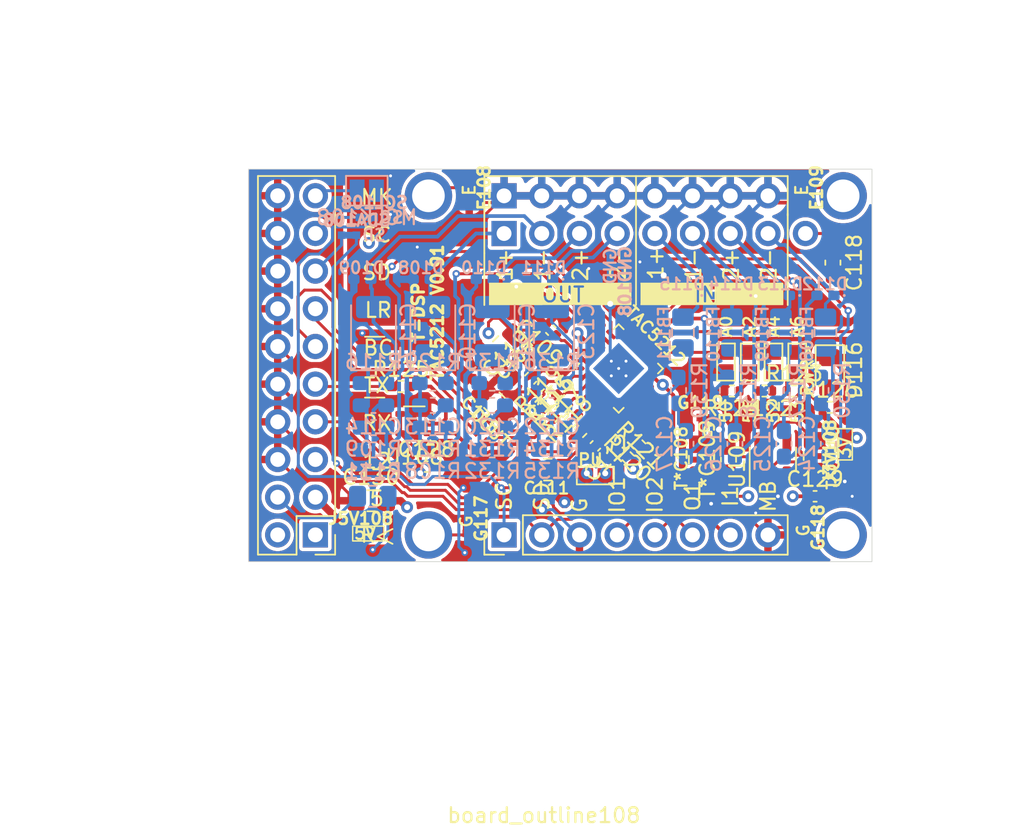
<source format=kicad_pcb>
(kicad_pcb (version 20241229) (generator "pcbnew") (generator_version "9.0")
  (layers (0 "F.Cu" signal) (4 "In1.Cu" signal) (6 "In2.Cu" signal) (2 "B.Cu" signal) (13 "F.Paste" user) (15 "B.Paste" user) (5 "F.SilkS" user "F.Silkscreen") (7 "B.SilkS" user "B.Silkscreen") (1 "F.Mask" user) (3 "B.Mask" user) (25 "Edge.Cuts" user))
  (net 0 "")
  (net 1 "GNDD")
  (net 2 "5V")
  (net 3 "Earth")
  (net 4 "Net-(ADD110-Pad1)")
  (net 5 "Net-(ADD111-Pad1)")
  (net 6 "Net-(ADD112-Pad1)")
  (net 8 "EN_HELD_HIGH")
  (net 9 "IN2P")
  (net 10 "IN1M")
  (net 12 "IN1P")
  (net 13 "IN2M")
  (net 14 "OUT1P")
  (net 15 "OUT1M")
  (net 16 "OUT2P")
  (net 17 "OUT2M")
  (net 18 "Net-(C124-Pad1)")
  (net 19 "Net-(C125-Pad1)")
  (net 20 "Net-(C126-Pad1)")
  (net 21 "5212_BCLK1")
  (net 22 "5212_LRCK1")
  (net 23 "5212_SCL")
  (net 24 "5212_SDA")
  (net 25 "5212_DOUT1")
  (net 26 "5212_DIN1")
  (net 27 "5212_DOUT1+")
  (net 28 "MICBIAS")
  (net 29 "3.3V_LDO")
  (net 30 "Net-(C127-Pad1)")
  (net 31 "5212_MCLK1")
  (net 32 "GPI1")
  (net 33 "Net-(D116-A)")
  (net 34 "GPO1")
  (net 35 "DSP_SCL")
  (net 36 "DSP_SDA")
  (net 37 "OUT1M+")
  (net 38 "OUT2M+")
  (net 39 "OUT2P+")
  (net 40 "IN1M+")
  (net 41 "IN1P+")
  (net 42 "IN2P+")
  (net 43 "IN2M+")
  (net 44 "OUT1P+")
  (net 45 "GPIO1")
  (net 46 "3.3V_A")
  (net 47 "GPIO2")
  (net 48 "Net-(PU_EN108-Pad1)")
  (net 50 "3.3v_IDE")
  (net 51 "5V_THIN")
  (net 52 "3.3V_THIN")
  (net 53 "Net-(G118-Pad1)")
  (net 54 "Net-(E108-Pad2)")
  (net 55 "Net-(E109-Pad2)")
  (net 56 "Net-(G117-Pad1)")
  (net 57 "Net-(U109-GND)")
  (net 58 "Net-(U108-B)")
  (net 59 "Net-(C114-Pad1)")
  (net 60 "Net-(C122-Pad1)")
  (net 61 "Net-(C120-Pad1)")
  (net 62 "Net-(C110-Pad1)")
  (net 63 "Net-(TAC5212-ADDR)")
  (net 64 "Net-(TAC5212-DREG)")
  (net 65 "Net-(TAC5212-VREF)")
  (net 66 "Net-(TAC5212-FSYNC)")
  (net 67 "Net-(TAC5212-DOUT)")
  (net 68 "Net-(TAC5212-DIN)")
  (net 69 "Net-(TAC5212-BCLK)")
  (net 70 "Net-(J5V108-Pad2)")
  (footprint "project_fp:R_0402_1005Metric" (layer "F.Cu") (at 110.4 117.4 -45)
    (property "Reference" "R121")
    (property "Value" "2.21k ohm")
  )
  (footprint "project_fp:audio_module_board_outline_50x34.5_e1" (layer "F.Cu") (at 84.8325 124.405)
    (property "Reference" "board_outline108")
    (property "Value" "board" (hide yes))
    (fp_rect (start 0 -26.46) (end 42 0) (stroke (width 0.05)) (fill no) (layer "Edge.Cuts"))
  )
  (footprint "project_fp:SolderJumper-2_Open_Pad0.5x1.0mm_ADDR" (layer "F.Cu") (at 117 110.95 90)
    (property "Reference" "ADD108" (hide yes))
    (property "Value" "0x50 | 0xA0")
  )
  (footprint "project_fp:C_0805_2012Metric_Pad1.18x1.45mm_HandSolder" (layer "F.Cu") (at 115.233186 117.53 90)
    (property "Reference" "T*C108")
    (property "Value" "10uF")
  )
  (footprint "project_fp:C_0805_2012Metric_Pad1.18x1.45mm_HandSolder" (layer "F.Cu") (at 105 118.2 180)
    (property "Reference" "C111")
    (property "Value" "10uF")
  )
  (footprint "kikit:Tab" (layer "F.Cu") (at 84.8325 103.945)
    (property "Reference" "T108" (hide yes))
    (property "Value" "Tab")
  )
  (footprint "project_fp:R_0402_1005Metric_Pad0.72x0.64mm_HandSolder" (layer "F.Cu") (at 105.86783 114.286208 45)
    (property "Reference" "R115")
    (property "Value" "0 Ohm")
  )
  (footprint "project_fp:SolderJumper-2_Open_Pad0.5x1.0mm_ADDR" (layer "F.Cu") (at 118.6 110.95 90)
    (property "Reference" "ADD112" (hide yes))
    (property "Value" "0x51 | 0xA2")
  )
  (footprint "project_fp:C_0402_1005Metric" (layer "F.Cu") (at 105.2 108.8 135)
    (property "Reference" "C109")
    (property "Value" "0.1uF")
  )
  (footprint "kikit:Tab" (layer "F.Cu") (at 126.8325 103.945 180)
    (property "Reference" "T110" (hide yes))
    (property "Value" "Tab")
  )
  (footprint "project_fp:C_0603_1608Metric_Pad1.08x0.95mm_HandSolder" (layer "F.Cu") (at 117.1675 117.53 90)
    (property "Reference" "T*C109")
    (property "Value" "1uF")
  )
  (footprint "project_fp:SolderJumper-2_Open_Pad0.5x1.0mm_ADDR" (layer "F.Cu") (at 120.2 110.95 90)
    (property "Reference" "ADD110" (hide yes))
    (property "Value" "0x52 | 0xA4")
  )
  (footprint "project_fp:C_0805_2012Metric_Pad1.15x1.40mm_HandSolder" (layer "F.Cu") (at 93.1 120.3 180)
    (property "Reference" "C130")
    (property "Value" "47uF")
  )
  (footprint "project_fp:C_0805_2012Metric_Pad1.18x1.45mm_HandSolder" (layer "F.Cu") (at 101.4 113.7 135)
    (property "Reference" "C115")
    (property "Value" "10uF")
  )
  (footprint "project_fp:C_0805_2012Metric_Pad1.18x1.45mm_HandSolder" (layer "F.Cu") (at 122.9675 117.2925 -90)
    (property "Reference" "T*C110")
    (property "Value" "10uF")
  )
  (footprint "project_fp:jumper_slice_1mm" (layer "F.Cu") (at 125 116.5 -90)
    (property "Reference" "J3V108")
    (property "Value" "jumper")
  )
  (footprint "kikit:Tab" (layer "F.Cu") (at 84.8325 118.405)
    (property "Reference" "T109" (hide yes))
    (property "Value" "Tab")
  )
  (footprint "Package_TO_SOT_SMD:SOT-353_SC-70-5" (layer "F.Cu") (at 96 115.1 180)
    (property "Reference" "U108")
    (property "Value" "Single Buffer with Tri-state Passthru - SN74LVC1G66DCK - SOT-23-5")
  )
  (footprint "project_fp:R_0402_1005Metric_Pad0.72x0.64mm_HandSolder" (layer "F.Cu") (at 107.211333 115.629711 45)
    (property "Reference" "R118")
    (property "Value" "0 Ohm")
  )
  (footprint "project_fp:R_0402_1005Metric" (layer "F.Cu") (at 124 114)
    (property "Reference" "R126")
    (property "Value" "2.21k ohm")
  )
  (footprint "project_fp:jumper_slice" (layer "F.Cu") (at 99.7 99.7 90)
    (property "Reference" "E108")
    (property "Value" "jumper")
  )
  (footprint "project_fp:SOT-23-5" (layer "F.Cu") (at 120.155686 117.5075 90)
    (property "Reference" "U109")
    (property "Value" "3.3v LDO - TLV74133PDBVR")
  )
  (footprint "project_fp:C_0603_1608Metric_Pad1.08x0.95mm_HandSolder" (layer "F.Cu") (at 124.2 104.25 -90)
    (property "Reference" "C118")
    (property "Value" "1uF")
  )
  (footprint "project_fp:C_0402_1005Metric" (layer "F.Cu") (at 104.4 112.6 -135)
    (property "Reference" "C116")
    (property "Value" "0.1uF")
  )
  (footprint "project_fp:C_0805_2012Metric_Pad1.18x1.45mm_HandSolder" (layer "F.Cu") (at 102 109.9 -135)
    (property "Reference" "C108")
    (property "Value" "10uF")
  )
  (footprint "project_fp:D_0805_2012Metric_custom" (layer "F.Cu") (at 124 111.5 -90)
    (property "Reference" "D116")
    (property "Value" "RED LED")
  )
  (footprint "project_fp:VQFN-24-1EP_4x4mm_P0.5mm_EP2.45x2.45mm_ThermalVias" (layer "F.Cu") (at 109.769033 111.385514 45)
    (property "Reference" "TAC5212")
    (property "Value" "TAC5212")
  )
  (footprint "project_fp:C_0402_1005Metric" (layer "F.Cu") (at 108.2 116.6 -135)
    (property "Reference" "C112")
    (property "Value" "0.1uF")
  )
  (footprint "project_fp:jumper_slice" (layer "F.Cu") (at 122.1 99.7 90)
    (property "Reference" "E109")
    (property "Value" "jumper")
  )
  (footprint "project_fp:SolderJumper-2_Open_Pad0.5x1.0mm_ADDR" (layer "F.Cu") (at 121.8 110.95 90)
    (property "Reference" "ADD111" (hide yes))
    (property "Value" "0x53 | 0xA6")
  )
  (footprint "project_fp:jumper_slice_disconnected_alt-text" (layer "F.Cu") (at 100.5 116 135)
    (property "Reference" "DOUT108" (hide yes))
    (property "Value" "Jump DOUT1")
  )
  (footprint "project_fp:jumper_slice_1mm" (layer "F.Cu") (at 92.9 122.5 180)
    (property "Reference" "J5V108")
    (property "Value" "jumper")
  )
  (footprint "project_fp:C_0402_1005Metric" (layer "F.Cu") (at 96.8 118)
    (property "Reference" "C128")
    (property "Value" "0.1uF")
  )
  (footprint "project_fp:R_0402_1005Metric" (layer "F.Cu") (at 121.6 112.9)
    (property "Reference" "R123")
    (property "Value" "4.7k")
  )
  (footprint "project_fp:C_0603_1608Metric_Pad1.08x0.95mm_HandSolder" (layer "F.Cu") (at 103.2 111.4 45)
    (property "Reference" "C119")
    (property "Value" "1uF")
  )
  (footprint "kikit:Tab" (layer "F.Cu") (at 126.8325 118.405 180)
    (property "Reference" "T111" (hide yes))
    (property "Value" "Tab")
  )
  (footprint "project_fp:R_0402_1005Metric" (layer "F.Cu") (at 117.4 112.9 180)
    (property "Reference" "R124")
    (property "Value" "4.7k")
  )
  (footprint "project_fp:R_0402_1005Metric_Pad0.72x0.64mm_HandSolder" (layer "F.Cu") (at 105.196079 113.614456 45)
    (property "Reference" "R119")
    (property "Value" "0 Ohm")
  )
  (footprint "project_fp:SolderJumper-2_Open_Pad0.5x1.0mm_PU" (layer "F.Cu") (at 108.2 118.6)
    (property "Reference" "PU_EN108" (hide yes))
    (property "Value" "JUMPER")
  )
  (footprint "project_fp:R_0402_1005Metric_Pad0.72x0.64mm_HandSolder" (layer "F.Cu") (at 106.539582 114.957959 45)
    (property "Reference" "R117")
    (property "Value" "27 ohm")
  )
  (footprint "project_fp:jumper_slice" (layer "F.Cu") (at 122.2 122.6 90)
    (property "Reference" "G118")
    (property "Value" "jumper")
  )
  (footprint "project_fp:R_0402_1005Metric" (layer "F.Cu") (at 119.6 112.9 180)
    (property "Reference" "R122")
    (property "Value" "22.0k")
  )
  (footprint "project_fp:jumper_slice_alt1" (layer "F.Cu") (at 115.7675 114.6925 180)
    (property "Reference" "G119")
    (property "Value" "jumper")
  )
  (footprint "project_fp:NetTie-2_SMD_Pad0.2mm" (layer "F.Cu") (at 101.5 108)
    (property "Reference" "NT109" (hide yes))
    (property "Value" "NetTie_2" (hide yes))
  )
  (footprint "project_fp:R_0402_1005Metric_Pad0.72x0.64mm_HandSolder" (layer "F.Cu") (at 95.1 112.6)
    (property "Reference" "R125")
    (property "Value" "27 ohm")
  )
  (footprint "project_fp:C_0402_1005Metric" (layer "F.Cu") (at 123 120)
    (property "Reference" "C129")
    (property "Value" "0.1uF")
  )
  (footprint "project_fp:jumper_slice" (layer "F.Cu") (at 99.5 122 90)
    (property "Reference" "G117")
    (property "Value" "jumper")
  )
  (footprint "project_fp:NetTie-2_SMD_Pad0.2mm" (layer "F.Cu") (at 118 120 180)
    (property "Reference" "NT108" (hide yes))
    (property "Value" "NetTie_2" (hide yes))
  )
  (footprint "project_fp:R_0402_1005Metric" (layer "F.Cu") (at 111.2 116.6 135)
    (property "Reference" "R120")
    (property "Value" "2.21k ohm")
  )
  (footprint "project_fp:R_0603_1608Metric_Pad1.05x0.95mm_HandSolder" (layer "B.Cu") (at 105.2495 115.371014)
    (property "Reference" "R134")
    (property "Value" "DNP")
  )
  (footprint "project_fp:via" (layer "B.Cu") (at 102.870521 105.867266 180)
    (property "Reference" "OUTP2" (hide yes))
    (property "Value" "VIA" (hide yes))
  )
  (footprint "project_fp:R_0603_1608Metric_Pad1.05x0.95mm_HandSolder" (layer "B.Cu") (at 97.2495 115.371014)
    (property "Reference" "R127")
    (property "Value" "DNP")
  )
  (footprint "project_fp:CP_EIA-3528-21_Kemet-B_Pad1.50x2.35mm_HandSolder" (layer "B.Cu") (at 93.2495 108.871014 90)
    (property "Reference" "C117")
    (property "Value" "47uF")
  )
  (footprint "project_fp:R_0603_1608Metric_Pad1.05x0.95mm_HandSolder" (layer "B.Cu") (at 93.2495 116.871014)
    (property "Reference" "R111")
    (property "Value" "10 ohm")
  )
  (footprint "project_fp:D_0402_1005Metric_Pad0.77x0.64mm_HandSolder" (layer "B.Cu") (at 104.7495 105.371014 180)
    (property "Reference" "D111")
    (property "Value" "TPD1E10B06")
  )
  (footprint "project_fp:C_0603_1608Metric_Pad1.08x0.95mm_HandSolder" (layer "B.Cu") (at 114.3 116.4625 -90)
    (property "Reference" "C127")
    (property "Value" "10UF")
  )
  (footprint "project_fp:SMD_ROUTING_PAD" (layer "B.Cu") (at 93.2495 118 180)
    (property "Reference" "G109" (hide yes))
    (property "Value" "VIA" (hide yes))
  )
  (footprint "project_fp:CP_EIA-3528-21_Kemet-B_Pad1.50x2.35mm_HandSolder" (layer "B.Cu") (at 101.2495 108.871014 90)
    (property "Reference" "C121")
    (property "Value" "47uF")
  )
  (footprint "project_fp:via" (layer "B.Cu") (at 98.823223 105 180)
    (property "Reference" "OUTP1" (hide yes))
    (property "Value" "VIA" (hide yes))
  )
  (footprint "project_fp:C_0805_2012Metric_Pad1.15x1.40mm_HandSolder" (layer "B.Cu") (at 93.2 120)
    (property "Reference" "C131")
    (property "Value" "10uF")
  )
  (footprint "project_fp:L_0805_2012Metric_Pad1.18x1.45mm_HandSolder" (layer "B.Cu") (at 114.1 108.9625 -90)
    (property "Reference" "FB111")
    (property "Value" "BLM21A601S - BLM21AG601SH1")
  )
  (footprint "project_fp:R_0603_1608Metric_Pad1.05x0.95mm_HandSolder" (layer "B.Cu") (at 113.8 112.8625 90)
    (property "Reference" "R139")
    (property "Value" "100K")
  )
  (footprint "project_fp:D_0402_1005Metric_Pad0.77x0.64mm_HandSolder" (layer "B.Cu") (at 96.5 105.371014 180)
    (property "Reference" "D108")
    (property "Value" "TPD1E10B06")
  )
  (footprint "project_fp:D_0402_1005Metric_Pad0.77x0.64mm_HandSolder" (layer "B.Cu") (at 123.7 106.4625 180)
    (property "Reference" "D112")
    (property "Value" "TPD1E10B06")
  )
  (footprint "project_fp:jumper_slice" (layer "B.Cu") (at 109.2 105 -90)
    (property "Reference" "GND108")
    (property "Value" "BRIDGE")
  )
  (footprint "project_fp:R_0603_1608Metric_Pad1.05x0.95mm_HandSolder" (layer "B.Cu") (at 101.2495 116.871014)
    (property "Reference" "R132")
    (property "Value" "10 ohm")
  )
  (footprint "project_fp:C_0603_1608Metric_Pad1.08x0.95mm_HandSolder" (layer "B.Cu") (at 120.9 116.4625 -90)
    (property "Reference" "C125")
    (property "Value" "10UF")
  )
  (footprint "project_fp:via" (layer "B.Cu") (at 94.5 104.5 180)
    (property "Reference" "OUTM1" (hide yes))
    (property "Value" "VIA" (hide yes))
  )
  (footprint "project_fp:C_0603_1608Metric_Pad1.08x0.95mm_HandSolder" (layer "B.Cu") (at 123.9 116.4625 -90)
    (property "Reference" "C124")
    (property "Value" "10UF confirm polarity")
  )
  (footprint "Capacitor_SMD:C_0603_1608Metric_Pad1.08x0.95mm_HandSolder" (layer "B.Cu") (at 105.2495 113.871014)
    (property "Reference" "C122")
    (property "Value" "0.0047µF (4.7nF)")
  )
  (footprint "project_fp:R_0603_1608Metric_Pad1.05x0.95mm_HandSolder" (layer "B.Cu") (at 117.1 112.8625 90)
    (property "Reference" "R138")
    (property "Value" "100K")
  )
  (footprint "project_fp:R_0603_1608Metric_Pad1.05x0.95mm_HandSolder" (layer "B.Cu") (at 93.2495 112.371014 180)
    (property "Reference" "R116")
    (property "Value" "0 ohm")
  )
  (footprint "project_fp:via" (layer "B.Cu") (at 121.5 105.5 180)
    (property "Reference" "INP2" (hide yes))
    (property "Value" "VIA" (hide yes))
  )
  (footprint "project_fp:jumper_slice" (layer "B.Cu") (at 91.6 102.4)
    (property "Reference" "SDA108")
    (property "Value" "jumper")
  )
  (footprint "Jumper:SolderJumper-2_P1.3mm_Open_Pad1.0x1.5mm" (layer "B.Cu") (at 92.8 99.4)
    (property "Reference" "MCLK108")
    (property "Value" "jumper")
  )
  (footprint "project_fp:R_0603_1608Metric_Pad1.05x0.95mm_HandSolder" (layer "B.Cu") (at 93.2495 115.371014)
    (property "Reference" "R109")
    (property "Value" "DNP")
  )
  (footprint "project_fp:SMD_ROUTING_PAD" (layer "B.Cu") (at 125 106 180)
    (property "Reference" "G108" (hide yes))
    (property "Value" "VIA" (hide yes))
  )
  (footprint "project_fp:jumper_slice" (layer "B.Cu") (at 92.8 101.2)
    (property "Reference" "SCL108")
    (property "Value" "jumper")
  )
  (footprint "project_fp:R_0603_1608Metric_Pad1.05x0.95mm_HandSolder" (layer "B.Cu") (at 101.2495 115.371014)
    (property "Reference" "R131")
    (property "Value" "DNP")
  )
  (footprint "project_fp:D_0402_1005Metric_Pad0.77x0.64mm_HandSolder" (layer "B.Cu") (at 114.1 106.4625 180)
    (property "Reference" "D115")
    (property "Value" "TPD1E1B04 - 0402 size")
  )
  (footprint "project_fp:D_0402_1005Metric_Pad0.77x0.64mm_HandSolder" (layer "B.Cu") (at 100.7495 105.371014 180)
    (property "Reference" "D110")
    (property "Value" "TPD1E10B06")
  )
  (footprint "Capacitor_SMD:C_0603_1608Metric_Pad1.08x0.95mm_HandSolder" (layer "B.Cu") (at 93.2495 113.871014)
    (property "Reference" "C114")
    (property "Value" "0.0047µF (4.7nF)")
  )
  (footprint "Capacitor_SMD:C_0603_1608Metric_Pad1.08x0.95mm_HandSolder" (layer "B.Cu") (at 101.2495 113.871014)
    (property "Reference" "C120")
    (property "Value" "0.0047µF (4.7nF)")
  )
  (footprint "project_fp:R_0603_1608Metric_Pad1.05x0.95mm_HandSolder" (layer "B.Cu") (at 101.2495 112.371014 180)
    (property "Reference" "R133")
    (property "Value" "0 ohm")
  )
  (footprint "project_fp:R_0603_1608Metric_Pad1.05x0.95mm_HandSolder" (layer "B.Cu") (at 120.4 112.8625 90)
    (property "Reference" "R137")
    (property "Value" "100K")
  )
  (footprint "project_fp:R_0603_1608Metric_Pad1.05x0.95mm_HandSolder" (layer "B.Cu") (at 123.4 112.8625 90)
    (property "Reference" "R130")
    (property "Value" "100K")
  )
  (footprint "project_fp:via" (layer "B.Cu") (at 125.231269 107.483713 180)
    (property "Reference" "INM2" (hide yes))
    (property "Value" "VIA" (hide yes))
  )
  (footprint "project_fp:D_0402_1005Metric_Pad0.77x0.64mm_HandSolder" (layer "B.Cu") (at 92.5 105.371014 180)
    (property "Reference" "D109")
    (property "Value" "TPD1E10B06")
  )
  (footprint "project_fp:R_0603_1608Metric_Pad1.05x0.95mm_HandSolder" (layer "B.Cu") (at 97.2495 112.371014 180)
    (property "Reference" "R129")
    (property "Value" "0 ohm")
  )
  (footprint "project_fp:via" (layer "B.Cu") (at 120.5 120 180)
    (property "Reference" "G114" (hide yes))
    (property "Value" "VIA" (hide yes))
  )
  (footprint "project_fp:D_0402_1005Metric_Pad0.77x0.64mm_HandSolder" (layer "B.Cu") (at 117.4 106.4625 180)
    (property "Reference" "D114")
    (property "Value" "TPD1E1B04 - 0402 size")
  )
  (footprint "Capacitor_SMD:C_0603_1608Metric_Pad1.08x0.95mm_HandSolder" (layer "B.Cu") (at 97.2495 113.871014)
    (property "Reference" "C113")
    (property "Value" "0.0047µF (4.7nF)")
  )
  (footprint "project_fp:L_0805_2012Metric_Pad1.18x1.45mm_HandSolder" (layer "B.Cu") (at 120.7 108.9625 -90)
    (property "Reference" "FB109")
    (property "Value" "BLM21A601S - BLM21AG601SH1")
  )
  (footprint "project_fp:L_0805_2012Metric_Pad1.18x1.45mm_HandSolder" (layer "B.Cu") (at 117.4 108.9625 -90)
    (property "Reference" "FB110")
    (property "Value" "BLM21A601S - BLM21AG601SH1")
  )
  (footprint "project_fp:SMD_ROUTING_PAD" (layer "B.Cu") (at 98.722004 118 180)
    (property "Reference" "G111" (hide yes))
    (property "Value" "VIA" (hide yes))
  )
  (footprint "project_fp:D_0402_1005Metric_Pad0.77x0.64mm_HandSolder" (layer "B.Cu") (at 120.7 106.4625 180)
    (property "Reference" "D113")
    (property "Value" "TPD1E1B04 - 0402 size")
  )
  (footprint "project_fp:C_0603_1608Metric_Pad1.08x0.95mm_HandSolder" (layer "B.Cu") (at 117.6 116.4625 -90)
    (property "Reference" "C126")
    (property "Value" "10UF")
  )
  (footprint "project_fp:L_0805_2012Metric_Pad1.18x1.45mm_HandSolder" (layer "B.Cu") (at 123.7 108.9625 -90)
    (property "Reference" "FB108")
    (property "Value" "BLM21A601S - BLM21AG601SH1")
  )
  (footprint "project_fp:R_0603_1608Metric_Pad1.05x0.95mm_HandSolder" (layer "B.Cu") (at 97.2495 116.871014)
    (property "Reference" "R108")
    (property "Value" "10 ohm")
  )
  (footprint "project_fp:R_0603_1608Metric_Pad1.05x0.95mm_HandSolder" (layer "B.Cu") (at 105.2495 116.871014)
    (property "Reference" "R135")
    (property "Value" "10 ohm")
  )
  (footprint "project_fp:SMD_ROUTING_PAD" (layer "B.Cu") (at 101.5 118 180)
    (property "Reference" "G110" (hide yes))
    (property "Value" "VIA" (hide yes))
  )
  (footprint "project_fp:CP_EIA-3528-21_Kemet-B_Pad1.50x2.35mm_HandSolder" (layer "B.Cu") (at 97.2495 108.871014 90)
    (property "Reference" "C110")
    (property "Value" "47uF")
  )
  (footprint "project_fp:SMD_ROUTING_PAD" (layer "B.Cu") (at 106.5 105.5 180)
    (property "Reference" "G123" (hide yes))
    (property "Value" "SMD ROUTING PAD" (hide yes))
  )
  (footprint "project_fp:SMD_ROUTING_PAD" (layer "B.Cu") (at 102.5 119 180)
    (property "Reference" "G112" (hide yes))
    (property "Value" "VIA" (hide yes))
  )
  (footprint "project_fp:R_0603_1608Metric_Pad1.05x0.95mm_HandSolder" (layer "B.Cu") (at 105.2495 112.371014 180)
    (property "Reference" "R136")
    (property "Value" "0 ohm")
  )
  (footprint "project_fp:via" (layer "B.Cu") (at 116 120.5 180)
    (property "Reference" "G113" (hide yes))
    (property "Value" "VIA" (hide yes))
  )
  (footprint "project_fp:CP_EIA-3528-21_Kemet-B_Pad1.50x2.35mm_HandSolder" (layer "B.Cu") (at 105.2495 108.871014 90)
    (property "Reference" "C123")
    (property "Value" "47uF")
  )
  (footprint "project_fp:via" (layer "B.Cu") (at 119 106.5 180)
    (property "Reference" "INM1" (hide yes))
    (property "Value" "VIA" (hide yes))
  )
  (footprint "project_fp:via" (layer "B.Cu") (at 115.543329 108.017833 180)
    (property "Reference" "INP1" (hide yes))
    (property "Value" "VIA" (hide yes))
  )
  (footprint "project_fp:via" (layer "B.Cu") (at 125 119 180)
    (property "Reference" "G116" (hide yes))
    (property "Value" "VIA" (hide yes))
  )
  (gr_text_box "T-DSP\nTAC5212 V0.91" (start 95.2 101.4873) (end 107.1 113.7127) (margins 0.6 0.6 0.6 0.6) (angle 90) (layer "F.SilkS") (effects (font (size 0.8 0.8) (thickness 0.2) (bold yes)) (justify top)) (border no))
  (segment (start 123.48 119.690001) (end 123.48 120) (width 0.2) (layer "F.Cu") (net 1))
  (segment (start 100.5 120.5) (end 101.291583 119.708417) (width 0.2) (layer "F.Cu") (net 1))
  (segment (start 100.35 122.85) (end 100.35 122.35) (width 0.2) (layer "F.Cu") (net 1))
  (segment (start 125.801 112.476) (end 125.801 114.98513) (width 0.2) (layer "F.Cu") (net 1))
  (segment (start 122.2 122.1) (end 122.2 121.28) (width 0.2) (layer "F.Cu") (net 1))
  (segment (start 92.369 116.369) (end 95.35 119.35) (width 0.2) (layer "F.Cu") (net 1))
  (segment (start 92.075 120.3) (end 90.684 118.909) (width 0.2) (layer "F.Cu") (net 1))
  (segment (start 114.207186 119.207186) (end 114.949 119.949) (width 0.2) (layer "F.Cu") (net 1))
  (segment (start 104.033623 112.966377) (end 104.060589 112.939411) (width 0.2) (layer "F.Cu") (net 1))
  (segment (start 123.975 110.65) (end 125.801 112.476) (width 0.2) (layer "F.Cu") (net 1))
  (segment (start 106.539612 111.385514) (end 106.43899 111.486136) (width 0.2) (layer "F.Cu") (net 1))
  (segment (start 97.6625 118) (end 98.2 118) (width 0.2) (layer "F.Cu") (net 1))
  (segment (start 112.20148 111.385514) (end 116.785514 111.385514) (width 0.2) (layer "F.Cu") (net 1))
  (segment (start 109.65 117.8) (end 109.65 119.4) (width 0.2) (layer "F.Cu") (net 1))
  (segment (start 109.65 119.4) (end 109.05 120) (width 0.2) (layer "F.Cu") (net 1))
  (segment (start 87.9735 113.616) (end 96.116 113.616) (width 0.25) (layer "F.Cu") (net 1))
  (segment (start 124.721001 118.449) (end 123.48 119.690001) (width 0.2) (layer "F.Cu") (net 1))
  (segment (start 125.801 114.98513) (end 126.558469 115.742599) (width 0.2) (layer "F.Cu") (net 1))
  (segment (start 88.1865 118.909) (end 86.7975 117.52) (width 0.2) (layer "F.Cu") (net 1))
  (segment (start 109.2 107.025) (end 109.769033 107.594033) (width 0.2) (layer "F.Cu") (net 1))
  (segment (start 112.20148 111.385514) (end 115.614486 111.385514) (width 0.2) (layer "F.Cu") (net 1))
  (segment (start 106.1218 120.143982) (end 106.1218 120.401) (width 0.2) (layer "F.Cu") (net 1))
  (segment (start 114.207186 114.642814) (end 114.207186 119.207186) (width 0.2) (layer "F.Cu") (net 1))
  (segment (start 106.5228 120) (end 106.1218 120.401) (width 0.2) (layer "F.Cu") (net 1))
  (segment (start 116.89 112.9) (end 115.95 112.9) (width 0.2) (layer "F.Cu") (net 1))
  (segment (start 126.558469 116.941531) (end 125.051 118.449) (width 0.2) (layer "F.Cu") (net 1))
  (segment (start 91.051 111.051) (end 91.5 111.5) (width 0.2) (layer "F.Cu") (net 1))
  (segment (start 109.769033 113.817961) (end 109.769033 115.928993) (width 0.2) (layer "F.Cu") (net 1))
  (segment (start 87.9485 111.051) (end 91.051 111.051) (width 0.2) (layer "F.Cu") (net 1))
  (segment (start 92 112) (end 93 112) (width 0.2) (layer "F.Cu") (net 1))
  (segment (start 119.7109 122.605) (end 119.8275 122.605) (width 0.2) (layer "F.Cu") (net 1))
  (segment (start 99 120.5) (end 100.5 120.5) (width 0.2) (layer "F.Cu") (net 1))
  (segment (start 116.785514 111.385514) (end 117 111.6) (width 0.2) (layer "F.Cu") (net 1))
  (segment (start 86.7975 112.44) (end 87.9735 113.616) (width 0.25) (layer "F.Cu") (net 1))
  (segment (start 104.6 120.9) (end 104.2 120.5) (width 0.2) (layer "F.Cu") (net 1))
  (segment (start 101.62841 118.85) (end 103.3125 118.85) (width 0.2) (layer "F.Cu") (net 1))
  (segment (start 98.2 118) (end 99.305222 119.105222) (width 0.2) (layer "F.Cu") (net 1))
  (segment (start 104.177818 118.2) (end 106.1218 120.143982) (width 0.2) (layer "F.Cu") (net 1))
  (segment (start 100.666377 112.966377) (end 104.033623 112.966377) (width 0.2) (layer "F.Cu") (net 1))
  (segment (start 101.291583 119.186827) (end 101.62841 118.85) (width 0.2) (layer "F.Cu") (net 1))
  (segment (start 104.060589 112.076741) (end 104.060589 112.939411) (width 0.2) (layer "F.Cu") (net 1))
  (segment (start 95.723315 119.597014) (end 98.097014 119.597014) (width 0.2) (layer "F.Cu") (net 1))
  (segment (start 100.35 122.35) (end 99.5 121.5) (width 0.2) (layer "F.Cu") (net 1))
  (segment (start 115.95 112.9) (end 114.207186 114.642814) (width 0.2) (layer "F.Cu") (net 1))
  (segment (start 104.651194 111.486136) (end 104.060589 112.076741) (width 0.2) (layer "F.Cu") (net 1))
  (segment (start 108.498026 117.2) (end 108.121178 117.2) (width 0.2) (layer "F.Cu") (net 1))
  (segment (start 125.051 118.449) (end 124.721001 118.449) (width 0.2) (layer "F.Cu") (net 1))
  (segment (start 99.305222 119.105222) (end 99.305222 119.426363) (width 0.2) (layer "F.Cu") (net 1))
  (segment (start 95.35 119.35) (end 95.476303 119.350001) (width 0.2) (layer "F.Cu") (net 1))
  (segment (start 90.684 118.909) (end 88.1865 118.909) (width 0.2) (layer "F.Cu") (net 1))
  (segment (start 117 111.6) (end 117 112.79) (width 0.2) (layer "F.Cu") (net 1))
  (segment (start 88.1865 116.369) (end 92.369 116.369) (width 0.2) (layer "F.Cu") (net 1))
  (segment (start 99.4 123.8) (end 100.35 122.85) (width 0.2) (layer "F.Cu") (net 1))
  (segment (start 108.121178 117.2) (end 107.860589 116.939411) (width 0.2) (layer "F.Cu") (net 1))
  (segment (start 101.291583 119.708417) (end 101.291583 119.186827) (width 0.2) (layer "F.Cu") (net 1))
  (segment (start 104.2 120.5) (end 100.5 120.5) (width 0.2) (layer "F.Cu") (net 1))
  (segment (start 120.3325 122.1) (end 119.8275 122.605) (width 0.2) (layer "F.Cu") (net 1))
  (segment (start 109.769033 115.928993) (end 108.498026 117.2) (width 0.2) (layer "F.Cu") (net 1))
  (segment (start 86.7975 114.98) (end 88.1865 116.369) (width 0.2) (layer "F.Cu") (net 1))
  (segment (start 107.860589 116.939411) (end 108.789411 116.939411) (width 0.2) (layer "F.Cu") (net 1))
  (segment (start 98.097014 119.597014) (end 99 120.5) (width 0.2) (layer "F.Cu") (net 1))
  (segment (start 114.949 119.949) (end 117.0549 119.949) (width 0.2) (layer "F.Cu") (net 1))
  (segment (start 117 112.79) (end 116.89 112.9) (width 0.2) (layer "F.Cu") (net 1))
  (segment (start 86.7975 109.9) (end 87.9485 111.051) (width 0.2) (layer "F.Cu") (net 1))
  (segment (start 106.43899 111.486136) (end 104.651194 111.486136) (width 0.2) (layer "F.Cu") (net 1))
  (segment (start 126.558469 115.742599) (end 126.558469 116.941531) (width 0.2) (layer "F.Cu") (net 1))
  (segment (start 108.789411 116.939411) (end 109.65 117.8) (width 0.2) (layer "F.Cu") (net 1))
  (segment (start 109.05 120) (end 106.5228 120) (width 0.2) (layer "F.Cu") (net 1))
  (segment (start 96.116 113.616) (end 96.95 114.45) (width 0.25) (layer "F.Cu") (net 1))
  (segment (start 103.3125 118.85) (end 103.9625 118.2) (width 0.2) (layer "F.Cu") (net 1))
  (segment (start 109.769033 107.594033) (end 109.769033 108.953067) (width 0.2) (layer "F.Cu") (net 1))
  (segment (start 103.9625 118.2) (end 104.177818 118.2) (width 0.2) (layer "F.Cu") (net 1))
  (segment (start 95.476303 119.350001) (end 95.723315 119.597014) (width 0.2) (layer "F.Cu") (net 1))
  (segment (start 117.0549 119.949) (end 119.7109 122.605) (width 0.2) (layer "F.Cu") (net 1))
  (segment (start 115.614486 111.385514) (end 115.8 111.2) (width 0.2) (layer "F.Cu") (net 1))
  (segment (start 122.2 122.1) (end 120.3325 122.1) (width 0.2) (layer "F.Cu") (net 1))
  (segment (start 107.336586 111.385514) (end 106.539612 111.385514) (width 0.2) (layer "F.Cu") (net 1))
  (segment (start 91.5 111.5) (end 92 112) (width 0.2) (layer "F.Cu") (net 1))
  (segment (start 122.2 121.28) (end 123.48 120) (width 0.2) (layer "F.Cu") (net 1))
  (via (at 99.4 123.8) (size 0.45) (drill 0.2) (layers "F.Cu" "B.Cu") (net 1))
  (via (at 109.2 107.025) (size 0.8) (drill 0.4) (layers "F.Cu" "B.Cu") (net 1))
  (via (at 104.6 120.9) (size 0.8) (drill 0.4) (layers "F.Cu" "B.Cu") (net 1))
  (via (at 99.305222 119.426363) (size 0.45) (drill 0.2) (layers "F.Cu" "B.Cu") (net 1))
  (via (at 92.4995 109) (size 0.45) (drill 0.2) (layers "F.Cu" "B.Cu") (net 1))
  (via (at 93.2 123.6) (size 0.45) (drill 0.2) (layers "F.Cu" "B.Cu") (net 1))
  (via (at 106.1218 120.401) (size 0.8) (drill 0.4) (layers "F.Cu" "B.Cu") (net 1))
  (segment (start 99.4 123.8) (end 99 123.4) (width 0.2) (layer "B.Cu") (net 1))
  (segment (start 105.322182 120.9) (end 104.6 120.9) (width 0.2) (layer "B.Cu") (net 1))
  (segment (start 94.225 122.575) (end 93.2 123.6) (width 0.2) (layer "B.Cu") (net 1))
  (segment (start 109.2 110.816481) (end 109.274058 110.890539) (width 0.2) (layer "B.Cu") (net 1))
  (segment (start 99 119.731587) (end 99.305222 119.426363) (width 0.2) (layer "B.Cu") (net 1))
  (segment (start 107.027182 122.605) (end 105.322182 120.9) (width 0.2) (layer "B.Cu") (net 1))
  (segment (start 109.2 105.504) (end 109.2 107.025) (width 0.2) (layer "B.Cu") (net 1))
  (segment (start 107.1275 122.605) (end 107.027182 122.605) (width 0.2) (layer "B.Cu") (net 1))
  (segment (start 94.225 120) (end 94.225 122.575) (width 0.2) (layer "B.Cu") (net 1))
  (segment (start 99 123.4) (end 99 119.731587) (width 0.2) (layer "B.Cu") (net 1))
  (segment (start 109.2 107.025) (end 109.2 110.816481) (width 0.2) (layer "B.Cu") (net 1))
  (segment (start 118.225 120) (end 118.5 120) (width 0.2) (layer "F.Cu") (net 2))
  (segment (start 93.925 120.3) (end 95.082799 120.3) (width 0.5) (layer "F.Cu") (net 2))
  (segment (start 93.477 120.948) (end 94.125 120.3) (width 0.5) (layer "F.Cu") (net 2))
  (segment (start 95.082799 120.3) (end 95.516938 120.734139) (width 0.5) (layer "F.Cu") (net 2))
  (segment (start 93.477 122.5) (end 93.477 120.948) (width 0.5) (layer "F.Cu") (net 2))
  (via (at 95.516938 120.734139) (size 0.8) (drill 0.4) (layers "F.Cu" "B.Cu") (net 2))
  (via (at 118.5 120) (size 0.8) (drill 0.4) (layers "F.Cu" "B.Cu") (net 2))
  (segment (start 100.1465 101.646) (end 95.046 101.646) (width 0.2) (layer "F.Cu") (net 3))
  (segment (start 99.95 109.317246) (end 101.266377 110.633623) (width 0.2) (layer "F.Cu") (net 3))
  (segment (start 100.924681 107.599) (end 99.95 108.573681) (width 0.2) (layer "F.Cu") (net 3))
  (segment (start 116.525 115.471825) (end 116.525 115.5) (width 0.25) (layer "F.Cu") (net 3))
  (segment (start 104.540411 109.540411) (end 105 110) (width 0.2) (layer "F.Cu") (net 3))
  (segment (start 125.2 102.937499) (end 125.262501 102.937499) (width 0.2) (layer "F.Cu") (net 3))
  (segment (start 116.2715 114.6925) (end 116.2715 115.218325) (width 0.25) (layer "F.Cu") (net 3))
  (segment (start 116.2715 115.218325) (end 116.525 115.471825) (width 0.25) (layer "F.Cu") (net 3))
  (segment (start 122.1 100.2) (end 120.2825 100.2) (width 0.2) (layer "F.Cu") (net 3))
  (segment (start 125.5 119.5) (end 125 119) (width 0.2) (layer "F.Cu") (net 3))
  (segment (start 96.2 103.2) (end 94.4 101.4) (width 0.25) (layer "F.Cu") (net 3))
  (segment (start 94.4 101.4) (end 94.4 101) (width 0.25) (layer "F.Cu") (net 3))
  (segment (start 99.95 108.573681) (end 99.95 109.317246) (width 0.2) (layer "F.Cu") (net 3))
  (segment (start 103.999 107.599) (end 100.924681 107.599) (width 0.2) (layer "F.Cu") (net 3))
  (segment (start 102.59012 111.957366) (end 102.59012 112.00988) (width 0.2) (layer "F.Cu") (net 3))
  (segment (start 120.2825 100.2) (end 119.8275 99.745) (width 0.2) (layer "F.Cu") (net 3))
  (segment (start 116.2715 115.218325) (end 116.553175 115.5) (width 0.25) (layer "F.Cu") (net 3))
  (segment (start 99.7 100.2) (end 101.5925 100.2) (width 0.2) (layer "F.Cu") (net 3))
  (segment (start 120.2865 100.204) (end 119.8275 99.745) (width 0.25) (layer "F.Cu") (net 3))
  (segment (start 102.59012 112.00988) (end 102.59012 110.91245) (width 0.2) (layer "F.Cu") (net 3))
  (segment (start 103.962159 109.540411) (end 104.540411 109.540411) (width 0.2) (layer "F.Cu") (net 3))
  (segment (start 104.860589 108.460589) (end 103.999 107.599) (width 0.2) (layer "F.Cu") (net 3))
  (segment (start 122.1 100.204) (end 120.2865 100.204) (width 0.25) (layer "F.Cu") (net 3))
  (segment (start 94.4 101) (end 94.4 98.4) (width 0.2) (layer "F.Cu") (net 3))
  (segment (start 125.5 120) (end 125.5 119.5) (width 0.2) (layer "F.Cu") (net 3))
  (segment (start 102.0475 99.745) (end 100.1465 101.646) (width 0.2) (layer "F.Cu") (net 3))
  (segment (start 101.266377 110.633623) (end 102.59012 111.957366) (width 0.2) (layer "F.Cu") (net 3))
  (segment (start 102.59012 110.91245) (end 103.962159 109.540411) (width 0.2) (layer "F.Cu") (net 3))
  (segment (start 95.046 101.646) (end 94.4 101) (width 0.2) (layer "F.Cu") (net 3))
  (segment (start 101.5925 100.2) (end 102.0475 99.745) (width 0.2) (layer "F.Cu") (net 3))
  (via (at 94.4 101) (size 0.45) (drill 0.2) (layers "F.Cu" "B.Cu") (net 3))
  (via (at 119 121.125003) (size 0.45) (drill 0.2) (layers "F.Cu" "B.Cu") (net 3))
  (via (at 96.2 103.2) (size 0.45) (drill 0.2) (layers "F.Cu" "B.Cu") (net 3))
  (via (at 94.4 98.4) (size 0.45) (drill 0.2) (layers "F.Cu" "B.Cu") (net 3))
  (via (at 125.5 120) (size 0.45) (drill 0.2) (layers "F.Cu" "B.Cu") (net 3))
  (via (at 107.75349 104.649666) (size 0.45) (drill 0.2) (layers "F.Cu" "B.Cu") (net 3))
  (via (at 112.8 105.1) (size 0.8) (drill 0.4) (layers "F.Cu" "B.Cu") (net 3))
  (via (at 111.2 104.2) (size 0.45) (drill 0.2) (layers "F.Cu" "B.Cu") (net 3))
  (via (at 116.525 115.5) (size 0.8) (drill 0.4) (layers "F.Cu" "B.Cu") (net 3))
  (segment (start 112.974 107.016) (end 112.974 111.174) (width 0.2) (layer "B.Cu") (net 3))
  (segment (start 120.4 112) (end 119.599 112.801) (width 0.25) (layer "B.Cu") (net 3))
  (segment (start 99.4265 117.295504) (end 99.4265 111.839734) (width 0.25) (layer "B.Cu") (net 3))
  (segment (start 101.2495 117.7495) (end 101.5 118) (width 0.25) (layer "B.Cu") (net 3))
  (segment (start 113.5275 106.4625) (end 112.974 107.016) (width 0.2) (layer "B.Cu") (net 3))
  (segment (start 93.2495 118) (end 94.872004 118) (width 0.25) (layer "B.Cu") (net 3))
  (segment (start 95.5235 111.841528) (end 95.7485 111.616528) (width 0.25) (layer "B.Cu") (net 3))
  (segment (start 97.2495 117.7495) (end 97.5 118) (width 0.25) (layer "B.Cu") (net 3))
  (segment (start 118.6515 100.921) (end 119.8275 99.745) (width 0.25) (layer "B.Cu") (net 3))
  (segment (start 103.6005 105.947514) (end 103.6005 111.593609) (width 0.25) (layer "B.Cu") (net 3))
  (segment (start 101.5 118) (end 102.5235 118) (width 0.25) (layer "B.Cu") (net 3))
  (segment (start 98.722004 118) (end 99.4265 117.295504) (width 0.25) (layer "B.Cu") (net 3))
  (segment (start 118.939692 103.060308) (end 119.386384 103.507) (width 0.25) (layer "B.Cu") (net 3))
  (segment (start 99.4265 111.839734) (end 99.7485 111.517734) (width 0.25) (layer "B.Cu") (net 3))
  (segment (start 97.2495 117.871014) (end 97.0505 117.672014) (width 0.25) (layer "B.Cu") (net 3))
  (segment (start 100.130996 118) (end 99.4265 117.295504) (width 0.25) (layer "B.Cu") (net 3))
  (segment (start 120.1275 106.4625) (end 120.1275 106.312912) (width 0.25) (layer "B.Cu") (net 3))
  (segment (start 126.583469 117.416531) (end 125 119) (width 0.25) (layer "B.Cu") (net 3))
  (segment (start 122.599 117.901) (end 121.275 119.225) (width 0.25) (layer "B.Cu") (net 3))
  (segment (start 122.599 114) (end 122.599 117.901) (width 0.25) (layer "B.Cu") (net 3))
  (segment (start 113.024 113.195366) (end 113.024 117.524) (width 0.2) (layer "B.Cu") (net 3))
  (segment (start 95.227328 101.671) (end 97.750276 101.671) (width 0.25) (layer "B.Cu") (net 3))
  (segment (start 103.5235 117.348504) (end 103.5235 117) (width 0.25) (layer "B.Cu") (net 3))
  (segment (start 116.399 117.715053) (end 117.346447 118.6625) (width 0.25) (layer "B.Cu") (net 3))
  (segment (start 122.599 114) (end 122.599 112.801) (width 0.25) (layer "B.Cu") (net 3))
  (segment (start 95.9275 103.4725) (end 96.2 103.2) (width 0.25) (layer "B.Cu") (net 3))
  (segment (start 116.399 115.626) (end 116.525 115.5) (width 0.25) (layer "B.Cu") (net 3))
  (segment (start 123.4 112) (end 122.431 111.031) (width 0.25) (layer "B.Cu") (net 3))
  (segment (start 116.1115 100.921) (end 117.2875 99.745) (width 0.25) (layer "B.Cu") (net 3))
  (segment (start 94.112 113.871014) (end 93.5745 113.871014) (width 0.25) (layer "B.Cu") (net 3))
  (segment (start 108.3035 101.109) (end 109.6675 99.745) (width 0.25) (layer "B.Cu") (net 3))
  (segment (start 106.594204 103.461) (end 107.614616 103.461) (width 0.25) (layer "B.Cu") (net 3))
  (segment (start 112.974 111.174) (end 113.8 112) (width 0.2) (layer "B.Cu") (net 3))
  (segment (start 102.5 119) (end 104 119) (width 0.25) (layer "B.Cu") (net 3))
  (segment (start 104 119) (end 105 118) (width 0.25) (layer "B.Cu") (net 3))
  (segment (start 107.6525 109.443516) (end 107.6525 116.671504) (width 0.25) (layer "B.Cu") (net 3))
  (segment (start 107.6525 116.671504) (end 106.324004 118) (width 0.25) (layer "B.Cu") (net 3))
  (segment (start 111.9 104.2) (end 112.8 105.1) (width 0.25) (layer "B.Cu") (net 3))
  (segment (start 95.5235 117.348504) (end 95.5235 111.841528) (width 0.25) (layer "B.Cu") (net 3))
  (segment (start 106.5 105.5) (end 107.775 106.775) (width 0.25) (layer "B.Cu") (net 3))
  (segment (start 103.6005 111.593609) (end 103.5235 111.670609) (width 0.25) (layer "B.Cu") (net 3))
  (segment (start 105.7635 102.772116) (end 105.7635 101.109) (width 0.25) (layer "B.Cu") (net 3))
  (segment (start 91.5235 106.524514) (end 91.524007 106.524007) (width 0.25) (layer "B.Cu") (net 3))
  (segment (start 97.750276 101.671) (end 99.676276 99.745) (width 0.25) (layer "B.Cu") (net 3))
  (segment (start 113.8 112) (end 113.8 112.419366) (width 0.2) (layer "B.Cu") (net 3))
  (segment (start 105.2495 114.733514) (end 105.2495 118) (width 0.25) (layer "B.Cu") (net 3))
  (segment (start 105.655204 104.4) (end 106.594204 103.461) (width 0.25) (layer "B.Cu") (net 3))
  (segment (start 101.2495 117.871014) (end 101.120514 118) (width 0.25) (layer "B.Cu") (net 3))
  (segment (start 124.23401 119) (end 125 119) (width 0.25) (layer "B.Cu") (net 3))
  (segment (start 104.174996 118) (end 103.5235 117.348504) (width 0.25) (layer "B.Cu") (net 3))
  (segment (start 116 114.975) (end 116 113.1) (width 0.25) (layer "B.Cu") (net 3))
  (segment (start 119.549 111.149) (end 120.4 112) (width 0.25) (layer "B.Cu") (net 3))
  (segment (start 113.8 112.419366) (end 113.024 113.195366) (width 0.2) (layer "B.Cu") (net 3))
  (segment (start 104.177 105.371014) (end 105.148014 104.4) (width 0.25) (layer "B.Cu") (net 3))
  (segment (start 118.763384 105.424) (end 116.1115 102.772116) (width 0.25) (layer "B.Cu") (net 3))
  (segment (start 122.431 111.031) (end 122.431 107.159) (width 0.25) (layer "B.Cu") (net 3))
  (segment (start 94.872004 118) (end 95.5235 117.348504) (width 0.25) (layer "B.Cu") (net 3))
  (segment (start 113.024 117.524) (end 116 120.5) (width 0.2) (layer "B.Cu") (net 3))
  (segment (start 104.177 105.371014) (end 103.6005 105.947514) (width 0.25) (layer "B.Cu") (net 3))
  (segment (start 92.04601 117.871014) (end 91.5235 117.348504) (width 0.25) (layer "B.Cu") (net 3))
  (segment (start 119.385384 103.506) (end 118.939692 103.060308) (width 0.25) (layer "B.Cu") (net 3))
  (segment (start 95.9275 106.120514) (end 95.9275 105.371014) (width 0.25) (layer "B.Cu") (net 3))
  (segment (start 120.1275 106.4625) (end 119.549 107.041) (width 0.25) (layer "B.Cu") (net 3))
  (segment (start 102.048014 103.5) (end 105.035616 103.5) (width 0.25) (layer "B.Cu") (net 3))
  (segment (start 126.583469 107.583469) (end 126.583469 117.416531) (width 0.25) (layer "B.Cu") (net 3))
  (segment (start 107.775 109.321016) (end 107.6525 109.443516) (width 0.25) (layer "B.Cu") (net 3))
  (segment (start 106.324004 118) (end 105.2495 118) (width 0.25) (layer "B.Cu") (net 3))
  (segment (start 91.9275 104.970828) (end 95.227328 101.671) (width 0.25) (layer "B.Cu") (net 3))
  (segment (start 122.599 114) (end 122.599 117.36499) (width 0.25) (layer "B.Cu") (net 3))
  (segment (start 98.112 113.871014) (end 97.2495 114.733514) (width 0.25) (layer "B.Cu") (net 3))
  (segment (start 116.249 107.041) (end 116.8275 106.4625) (width 0.25) (layer "B.Cu") (net 3))
  (segment (start 118.6515 102.772116) (end 118.6515 100.921) (width 0.25) (layer "B.Cu") (net 3))
  (segment (start 102.5 119) (end 101.5 118) (width 0.25) (layer "B.Cu") (net 3))
  (segment (start 101.2495 114.733514) (end 101.2495 117.7495) (width 0.25) (layer "B.Cu") (net 3))
  (segment (start 91.9275 105.371014) (end 91.9275 104.970828) (width 0.25) (layer "B.Cu") (net 3))
  (segment (start 95.7485 111.616528) (end 95.7485 106.299514) (width 0.25) (layer "B.Cu") (net 3))
  (segment (start 116.249 111.149) (end 116.249 107.041) (width 0.25) (layer "B.Cu") (net 3))
  (segment (start 95.9275 105.371014) (end 95.9275 103.4725) (width 0.25) (layer "B.Cu") (net 3))
  (segment (start 97.0505 117.672014) (end 95.84701 117.672014) (width 0.25) (layer "B.Cu") (net 3))
  (segment (start 116 113.1) (end 117.1 112) (width 0.25) (layer "B.Cu") (net 3))
  (segment (start 100.177 105.871014) (end 100.177 105.371014) (width 0.25) (layer "B.Cu") (net 3))
  (segment (start 105.035616 103.5) (end 105.7635 102.772116) (width 0.25) (layer "B.Cu") (net 3))
  (segment (start 117.1 112) (end 116.249 111.149) (width 0.25) (layer "B.Cu") (net 3))
  (segment (start 120.720588 103.506) (end 119.385384 103.506) (width 0.25) (layer "B.Cu") (net 3))
  (segment (start 116 120.5) (end 116 118.114053) (width 0.25) (layer "B.Cu") (net 3))
  (segment (start 106.112 113.871014) (end 105.2495 114.733514) (width 0.25) (layer "B.Cu") (net 3))
  (segment (start 105.2495 118) (end 105 118) (width 0.25) (layer "B.Cu") (net 3))
  (segment (start 95.7485 106.299514) (end 95.9275 106.120514) (width 0.25) (layer "B.Cu") (net 3))
  (segment (start 122.431 107.159) (end 123.1275 106.4625) (width 0.25) (layer "B.Cu") (net 3))
  (segment (start 102.5235 118) (end 103.5235 117) (width 0.25) (layer "B.Cu") (net 3))
  (segment (start 91.524007 117.347997) (end 91.5235 117.348504) (width 0.25) (layer "B.Cu") (net 3))
  (segment (start 119.549 107.041) (end 119.549 111.149) (width 0.25) (layer "B.Cu") (net 3))
  (segment (start 116.9275 106.128116) (end 113.5715 102.772116) (width 0.25) (layer "B.Cu") (net 3))
  (segment (start 99.7485 106.299514) (end 100.177 105.871014) (width 0.25) (layer "B.Cu") (net 3))
  (segment (start 93.2495 117.871014) (end 92.04601 117.871014) (width 0.25) (layer "B.Cu") (net 3))
  (segment (start 119.386384 103.507) (end 120.721588 103.507) (width 0.25) (layer "B.Cu") (net 3))
  (segment (start 95.84701 117.672014) (end 95.5235 117.348504) (width 0.25) (layer "B.Cu") (net 3))
  (segment (start 105.7635 101.109) (end 107.1275 99.745) (width 0.25) (layer "B.Cu") (net 3))
  (segment (start 118.939692 103.060308) (end 118.6515 102.772116) (width 0.25) (layer "B.Cu") (net 3))
  (segment (start 97.2495 114.733514) (end 97.2495 117.7495) (width 0.25) (layer "B.Cu") (net 3))
  (segment (start 125 106) (end 126.583469 107.583469) (width 0.25) (layer "B.Cu") (net 3))
  (segment (start 122.599 112.801) (end 123.4 112) (width 0.25) (layer "B.Cu") (net 3))
  (segment (start 111.2 104.2) (end 111.9 104.2) (width 0.25) (layer "B.Cu") (net 3))
  (segment (start 93.2495 114.196014) (end 93.2495 117.871014) (width 0.25) (layer "B.Cu") (net 3))
  (segment (start 105.148014 104.4) (end 105.655204 104.4) (width 0.25) (layer "B.Cu") (net 3))
  (segment (start 91.524007 106.524007) (end 91.524007 117.347997) (width 0.25) (layer "B.Cu") (net 3))
  (segment (start 122.9275 105.712912) (end 120.720588 103.506) (width 0.25) (layer "B.Cu") (net 3))
  (segment (start 99.676276 99.745) (end 102.0475 99.745) (width 0.25) (layer "B.Cu") (net 3))
  (segment (start 116.399 117.715053) (end 116.399 115.626) (width 0.25) (layer "B.Cu") (net 3))
  (segment (start 116.9275 106.4625) (end 116.9275 106.128116) (width 0.25) (layer "B.Cu") (net 3))
  (segment (start 97.5 118) (end 98.722004 118) (width 0.25) (layer "B.Cu") (net 3))
  (segment (start 123.1275 106.4625) (end 123.1275 105.836726) (width 0.25) (layer "B.Cu") (net 3))
  (segment (start 100.177 105.371014) (end 102.048014 103.5) (width 0.25) (layer "B.Cu") (net 3))
  (segment (start 108.3035 102.772116) (end 108.3035 101.109) (width 0.25) (layer "B.Cu") (net 3))
  (segment (start 116.1115 102.772116) (end 116.1115 100.921) (width 0.25) (layer "B.Cu") (net 3))
  (segment (start 122.599 117.36499) (end 124.23401 119) (width 0.25) (layer "B.Cu") (net 3))
  (segment (start 120.5 119.646447) (end 120.5 120) (width 0.25) (layer "B.Cu") (net 3))
  (segment (start 119.599 112.801) (end 119.599 119.099) (width 0.25) (layer "B.Cu") (net 3))
  (segment (start 113.5715 100.921) (end 114.7475 99.745) (width 0.25) (layer "B.Cu") (net 3))
  (segment (start 91.524007 106.524007) (end 91.9275 106.120514) (width 0.25) (layer "B.Cu") (net 3))
  (segment (start 120.921447 119.225) (end 120.5 119.646447) (width 0.25) (layer "B.Cu") (net 3))
  (segment (start 99.7485 111.517734) (end 99.7485 106.299514) (width 0.25) (layer "B.Cu") (net 3))
  (segment (start 120.1275 106.312912) (end 119.238588 105.424) (width 0.25) (layer "B.Cu") (net 3))
  (segment (start 91.9275 106.120514) (end 91.9275 105.371014) (width 0.25) (layer "B.Cu") (net 3))
  (segment (start 102.112 113.871014) (end 101.2495 114.733514) (width 0.25) (layer "B.Cu") (net 3))
  (segment (start 119.1625 118.6625) (end 120.5 120) (width 0.25) (layer "B.Cu") (net 3))
  (segment (start 103.5235 111.670609) (end 103.5235 117) (width 0.25) (layer "B.Cu") (net 3))
  (segment (start 116 118.114053) (end 116.399 117.715053) (width 0.25) (layer "B.Cu") (net 3))
  (segment (start 117.346447 118.6625) (end 119.1625 118.6625) (width 0.25) (layer "B.Cu") (net 3))
  (segment (start 120.721588 103.507) (end 123.1275 105.912912) (width 0.25) (layer "B.Cu") (net 3))
  (segment (start 123.1275 105.836726) (end 123.065593 105.774819) (width 0.25) (layer "B.Cu") (net 3))
  (segment (start 107.614616 103.461) (end 108.3035 102.772116) (width 0.25) (layer "B.Cu") (net 3))
  (segment (start 119.599 119.099) (end 120.5 120) (width 0.25) (layer "B.Cu") (net 3))
  (segment (start 116.9275 106.4625) (end 116.9165 106.4515) (width 0.25) (layer "B.Cu") (net 3))
  (segment (start 105 118) (end 104.174996 118) (width 0.25) (layer "B.Cu") (net 3))
  (segment (start 93.5745 113.871014) (end 93.2495 114.196014) (width 0.25) (layer "B.Cu") (net 3))
  (segment (start 101.120514 118) (end 100.130996 118) (width 0.25) (layer "B.Cu") (net 3))
  (segment (start 113.5715 102.772116) (end 113.5715 100.921) (width 0.25) (layer "B.Cu") (net 3))
  (segment (start 121.275 119.225) (end 120.921447 119.225) (width 0.25) (layer "B.Cu") (net 3))
  (segment (start 123.1275 105.912912) (end 123.1275 106.4625) (width 0.25) (layer "B.Cu") (net 3))
  (segment (start 119.238588 105.424) (end 118.763384 105.424) (width 0.25) (layer "B.Cu") (net 3))
  (segment (start 107.775 106.775) (end 107.775 109.321016) (width 0.25) (layer "B.Cu") (net 3))
  (segment (start 116.525 115.5) (end 116 114.975) (width 0.25) (layer "B.Cu") (net 3))
  (segment (start 120.11 111.69) (end 120.2 111.6) (width 0.2) (layer "F.Cu") (net 4))
  (segment (start 120.11 112.9) (end 120.11 111.69) (width 0.2) (layer "F.Cu") (net 4))
  (segment (start 121.090001 112.9) (end 121.090001 112.309999) (width 0.2) (layer "F.Cu") (net 5))
  (segment (start 121.090001 112.309999) (end 121.8 111.6) (width 0.2) (layer "F.Cu") (net 5))
  (segment (start 118.6 112.21) (end 118.6 111.6) (width 0.2) (layer "F.Cu") (net 6))
  (segment (start 117.91 112.9) (end 118.6 112.21) (width 0.2) (layer "F.Cu") (net 6))
  (segment (start 121.105686 118.645) (end 121.165 118.645) (width 0.2) (layer "F.Cu") (net 8))
  (segment (start 121.165 118.645) (end 122.52 120) (width 0.2) (layer "F.Cu") (net 8))
  (segment (start 122.52 120) (end 121.5 120) (width 0.25) (layer "F.Cu") (net 8))
  (via (at 121.5 120) (size 0.8) (drill 0.4) (layers "F.Cu" "B.Cu") (net 8))
  (segment (start 112.6 106.6) (end 114 105.2) (width 0.2) (layer "F.Cu") (net 9))
  (segment (start 112.6 107.493887) (end 112.6 106.6) (width 0.2) (layer "F.Cu") (net 9))
  (segment (start 114.2 105) (end 120.916288 105) (width 0.25) (layer "F.Cu") (net 9))
  (segment (start 110.644078 109.449809) (end 112.6 107.493887) (width 0.2) (layer "F.Cu") (net 9))
  (segment (start 120.916288 105) (end 121.416288 105.5) (width 0.25) (layer "F.Cu") (net 9))
  (segment (start 121.416288 105.5) (end 121.5 105.5) (width 0.25) (layer "F.Cu") (net 9))
  (segment (start 114 105.2) (end 114.2 105) (width 0.25) (layer "F.Cu") (net 9))
  (segment (start 121.981 105.683606) (end 121.981 116.758232) (width 0.25) (layer "B.Cu") (net 9))
  (segment (start 121.981 116.758232) (end 121.414232 117.325) (width 0.25) (layer "B.Cu") (net 9))
  (segment (start 121.797394 105.5) (end 121.981 105.683606) (width 0.25) (layer "B.Cu") (net 9))
  (segment (start 121.5 105.5) (end 121.797394 105.5) (width 0.25) (layer "B.Cu") (net 9))
  (segment (start 121.414232 117.325) (end 120.9 117.325) (width 0.25) (layer "B.Cu") (net 9))
  (segment (start 113 107.800994) (end 113 107.6) (width 0.2) (layer "F.Cu") (net 10))
  (segment (start 117.9 106.5) (end 119 106.5) (width 0.2) (layer "F.Cu") (net 10))
  (segment (start 114.2 106.4) (end 117.8 106.4) (width 0.2) (layer "F.Cu") (net 10))
  (segment (start 110.997631 109.803363) (end 113 107.800994) (width 0.2) (layer "F.Cu") (net 10))
  (segment (start 117.8 106.4) (end 117.9 106.5) (width 0.2) (layer "F.Cu") (net 10))
  (segment (start 113 107.6) (end 114.2 106.4) (width 0.2) (layer "F.Cu") (net 10))
  (segment (start 119 106.5) (end 119 107.398) (width 0.25) (layer "B.Cu") (net 10))
  (segment (start 119 107.398) (end 118.898 107.5) (width 0.25) (layer "B.Cu") (net 10))
  (segment (start 117.7 117.325) (end 118.898 116.127) (width 0.25) (layer "B.Cu") (net 10))
  (segment (start 118.898 116.127) (end 118.898 107.5) (width 0.25) (layer "B.Cu") (net 10))
  (segment (start 111.351184 110.156916) (end 113.490267 108.017833) (width 0.25) (layer "F.Cu") (net 12))
  (segment (start 113.490267 108.017833) (end 115.543329 108.017833) (width 0.25) (layer "F.Cu") (net 12))
  (segment (start 115.543329 108.017833) (end 115.543329 116.081671) (width 0.25) (layer "B.Cu") (net 12))
  (segment (start 115.543329 116.081671) (end 114.3 117.325) (width 0.25) (layer "B.Cu") (net 12))
  (segment (start 123.424 105.424) (end 122 104) (width 0.2) (layer "F.Cu") (net 13))
  (segment (start 110.290524 106.548815) (end 110.290524 109.096256) (width 0.2) (layer "F.Cu") (net 13))
  (segment (start 123.424 105.676444) (end 123.424 105.424) (width 0.2) (layer "F.Cu") (net 13))
  (segment (start 112.839339 104) (end 110.290524 106.548815) (width 0.2) (layer "F.Cu") (net 13))
  (segment (start 125.231269 107.483713) (end 123.424 105.676444) (width 0.2) (layer "F.Cu") (net 13))
  (segment (start 122 104) (end 112.839339 104) (width 0.2) (layer "F.Cu") (net 13))
  (segment (start 124.726 116.499) (end 124.726 109.226) (width 0.2) (layer "B.Cu") (net 13))
  (segment (start 125.231269 107.483713) (end 125.231269 108.720731) (width 0.2) (layer "B.Cu") (net 13))
  (segment (start 123.9 117.325) (end 124.726 116.499) (width 0.2) (layer "B.Cu") (net 13))
  (segment (start 125.231269 108.720731) (end 124.726 109.226) (width 0.2) (layer "B.Cu") (net 13))
  (segment (start 108.15 108.523653) (end 104.626346 105) (width 0.2) (layer "F.Cu") (net 14))
  (segment (start 108.15 108.705821) (end 108.15 108.523653) (width 0.2) (layer "F.Cu") (net 14))
  (segment (start 104.626346 105) (end 98.823223 105) (width 0.2) (layer "F.Cu") (net 14))
  (segment (start 108.893988 109.449809) (end 108.15 108.705821) (width 0.2) (layer "F.Cu") (net 14))
  (segment (start 98.9755 116.007514) (end 98.9755 111.652924) (width 0.25) (layer "B.Cu") (net 14))
  (segment (start 98.112 116.871014) (end 98.9755 116.007514) (width 0.25) (layer "B.Cu") (net 14))
  (segment (start 98.9755 106.7255) (end 98.7495 106.4995) (width 0.25) (layer "B.Cu") (net 14))
  (segment (start 98.9755 109.339104) (end 98.9755 106.7255) (width 0.25) (layer "B.Cu") (net 14))
  (segment (start 99.2005 109.564104) (end 98.9755 109.339104) (width 0.25) (layer "B.Cu") (net 14))
  (segment (start 99.2005 111.427924) (end 99.2005 109.564104) (width 0.25) (layer "B.Cu") (net 14))
  (segment (start 98.7495 106.4995) (end 98.7495 105.073723) (width 0.25) (layer "B.Cu") (net 14))
  (segment (start 98.7495 105.073723) (end 98.823223 105) (width 0.25) (layer "B.Cu") (net 14))
  (segment (start 98.112 116.871014) (end 98.112 115.371014) (width 0.25) (layer "B.Cu") (net 14))
  (segment (start 98.9755 111.652924) (end 99.2005 111.427924) (width 0.25) (layer "B.Cu") (net 14))
  (segment (start 104.5 103.5) (end 109.247542 108.247542) (width 0.2) (layer "F.Cu") (net 15))
  (segment (start 94.5 104.5) (end 95 104) (width 0.2) (layer "F.Cu") (net 15))
  (segment (start 97 104) (end 97.5 103.5) (width 0.2) (layer "F.Cu") (net 15))
  (segment (start 109.247542 108.247542) (end 109.247542 109.096256) (width 0.2) (layer "F.Cu") (net 15))
  (segment (start 95 104) (end 97 104) (width 0.2) (layer "F.Cu") (net 15))
  (segment (start 97.5 103.5) (end 104.5 103.5) (width 0.2) (layer "F.Cu") (net 15))
  (segment (start 94.112 115.371014) (end 94.112 116.871014) (width 0.25) (layer "B.Cu") (net 15))
  (segment (start 94.176777 105.676777) (end 94.176777 104.823223) (width 0.25) (layer "B.Cu") (net 15))
  (segment (start 94.112 116.871014) (end 94.9775 116.005514) (width 0.25) (layer "B.Cu") (net 15))
  (segment (start 95.2005 111.429338) (end 95.2005 109.564104) (width 0.25) (layer "B.Cu") (net 15))
  (segment (start 95.2005 109.564104) (end 94.9755 109.339104) (width 0.25) (layer "B.Cu") (net 15))
  (segment (start 94.9775 116.005514) (end 94.9775 111.652338) (width 0.25) (layer "B.Cu") (net 15))
  (segment (start 94.176777 104.823223) (end 94.5 104.5) (width 0.25) (layer "B.Cu") (net 15))
  (segment (start 94.9755 106.4755) (end 94.176777 105.676777) (width 0.25) (layer "B.Cu") (net 15))
  (segment (start 94.9755 109.339104) (end 94.9755 106.4755) (width 0.25) (layer "B.Cu") (net 15))
  (segment (start 94.9775 111.652338) (end 95.2005 111.429338) (width 0.25) (layer "B.Cu") (net 15))
  (segment (start 107.75 108.689339) (end 107.75 109.012928) (width 0.2) (layer "F.Cu") (net 16))
  (segment (start 102.870521 105.867266) (end 104.927927 105.867266) (width 0.2) (layer "F.Cu") (net 16))
  (segment (start 104.927927 105.867266) (end 107.75 108.689339) (width 0.2) (layer "F.Cu") (net 16))
  (segment (start 107.75 109.012928) (end 108.540435 109.803363) (width 0.2) (layer "F.Cu") (net 16))
  (segment (start 103.1755 106.6755) (end 102.870521 106.370521) (width 0.2) (layer "B.Cu") (net 16))
  (segment (start 103.1755 111.417569) (end 103.1755 106.6755) (width 0.2) (layer "B.Cu") (net 16))
  (segment (start 102.112 116.871014) (end 102.112 115.371014) (width 0.25) (layer "B.Cu") (net 16))
  (segment (start 103.075 114.945514) (end 103.075 111.518068) (width 0.2) (layer "B.Cu") (net 16))
  (segment (start 103.075 111.518068) (end 103.1755 111.417569) (width 0.2) (layer "B.Cu") (net 16))
  (segment (start 102.870521 106.370521) (end 102.870521 105.867266) (width 0.2) (layer "B.Cu") (net 16))
  (segment (start 102.112 115.371014) (end 102.6495 115.371014) (width 0.2) (layer "B.Cu") (net 16))
  (segment (start 102.6495 115.371014) (end 103.075 114.945514) (width 0.2) (layer "B.Cu") (net 16))
  (segment (start 107.189328 109.189328) (end 108.156916 110.156916) (width 0.25) (layer "F.Cu") (net 17))
  (segment (start 108.186882 110.156916) (end 108.156916 110.156916) (width 0.25) (layer "F.Cu") (net 17))
  (segment (start 108.156916 110.156916) (end 107 109) (width 0.25) (layer "F.Cu") (net 17))
  (via (at 107 109) (size 0.8) (drill 0.4) (layers "F.Cu" "B.Cu") (net 17))
  (segment (start 107.2005 109.2005) (end 107 109) (width 0.25) (layer "B.Cu") (net 17))
  (segment (start 106.112 115.371014) (end 107.2005 114.282514) (width 0.25) (layer "B.Cu") (net 17))
  (segment (start 107.2005 114.282514) (end 107.2005 109.2005) (width 0.25) (layer "B.Cu") (net 17))
  (segment (start 106.112 116.871014) (end 106.112 115.371014) (width 0.25) (layer "B.Cu") (net 17))
  (segment (start 124.201 112.924) (end 123.4 113.725) (width 0.25) (layer "B.Cu") (net 18))
  (segment (start 123.9 114.225) (end 123.4 113.725) (width 0.25) (layer "B.Cu") (net 18))
  (segment (start 123.6 110) (end 124.201 110.601) (width 0.25) (layer "B.Cu") (net 18))
  (segment (start 124.201 110.601) (end 124.201 112.924) (width 0.25) (layer "B.Cu") (net 18))
  (segment (start 123.9 115.6) (end 123.9 114.225) (width 0.25) (layer "B.Cu") (net 18))
  (segment (start 121.201 110.601) (end 121.201 112.924) (width 0.25) (layer "B.Cu") (net 19))
  (segment (start 121.201 112.924) (end 120.4 113.725) (width 0.25) (layer "B.Cu") (net 19))
  (segment (start 120.9 114.225) (end 120.4 113.725) (width 0.25) (layer "B.Cu") (net 19))
  (segment (start 120.9 115.6) (end 120.9 114.225) (width 0.25) (layer "B.Cu") (net 19))
  (segment (start 120.6 110) (end 121.201 110.601) (width 0.25) (layer "B.Cu") (net 19))
  (segment (start 117.7 114.225) (end 117.2 113.725) (width 0.25) (layer "B.Cu") (net 20))
  (segment (start 118.001 112.924) (end 117.2 113.725) (width 0.25) (layer "B.Cu") (net 20))
  (segment (start 118.001 110.601) (end 118.001 112.924) (width 0.25) (layer "B.Cu") (net 20))
  (segment (start 117.7 115.6) (end 117.7 114.225) (width 0.25) (layer "B.Cu") (net 20))
  (segment (start 117.4 110) (end 118.001 110.601) (width 0.25) (layer "B.Cu") (net 20))
  (segment (start 90.5125 108.604533) (end 90.5125 106.873299) (width 0.2) (layer "F.Cu") (net 21))
  (segment (start 99.350999 112.950999) (end 96.9 110.5) (width 0.2) (layer "F.Cu") (net 21))
  (segment (start 103.22249 115.588045) (end 101.588045 115.588045) (width 0.2) (layer "F.Cu") (net 21))
  (segment (start 99.350999 113.350999) (end 99.350999 112.950999) (width 0.2) (layer "F.Cu") (net 21))
  (segment (start 88.1625 106.5375) (end 88.1625 108.725) (width 0.2) (layer "F.Cu") (net 21))
  (segment (start 88.1625 108.725) (end 89.3375 109.9) (width 0.2) (layer "F.Cu") (net 21))
  (segment (start 96.9 110.5) (end 92.407967 110.5) (width 0.2) (layer "F.Cu") (net 21))
  (segment (start 92.407967 110.5) (end 90.5125 108.604533) (width 0.2) (layer "F.Cu") (net 21))
  (segment (start 89.739201 106.1) (end 88.6 106.1) (width 0.2) (layer "F.Cu") (net 21))
  (segment (start 90.5125 106.873299) (end 89.739201 106.1) (width 0.2) (layer "F.Cu") (net 21))
  (segment (start 88.6 106.1) (end 88.1625 106.5375) (width 0.2) (layer "F.Cu") (net 21))
  (segment (start 101.588045 115.588045) (end 99.350999 113.350999) (width 0.2) (layer "F.Cu") (net 21))
  (segment (start 104.773583 114.036952) (end 103.22249 115.588045) (width 0.2) (layer "F.Cu") (net 21))
  (segment (start 105.445334 114.708704) (end 104.115993 116.038045) (width 0.2) (layer "F.Cu") (net 22))
  (segment (start 104.115993 116.038045) (end 101.401649 116.038045) (width 0.2) (layer "F.Cu") (net 22))
  (segment (start 92.271571 111) (end 89.3375 108.065929) (width 0.2) (layer "F.Cu") (net 22))
  (segment (start 98.951 113.187396) (end 96.763604 111) (width 0.2) (layer "F.Cu") (net 22))
  (segment (start 89.3375 108.065929) (end 89.3375 107.36) (width 0.2) (layer "F.Cu") (net 22))
  (segment (start 96.763604 111) (end 92.271571 111) (width 0.2) (layer "F.Cu") (net 22))
  (segment (start 98.951 113.587396) (end 98.951 113.187396) (width 0.2) (layer "F.Cu") (net 22))
  (segment (start 101.401649 116.038045) (end 98.951 113.587396) (width 0.2) (layer "F.Cu") (net 22))
  (segment (start 104.485661 119.725) (end 103.990686 119.725) (width 0.2) (layer "F.Cu") (net 23))
  (segment (start 110.290524 113.674772) (end 110.290524 115.98071) (width 0.2) (layer "F.Cu") (net 23))
  (segment (start 105.3718 120.611139) (end 104.485661 119.725) (width 0.2) (layer "F.Cu") (net 23))
  (segment (start 110.05 119.75) (end 109.4 120.4) (width 0.2) (layer "F.Cu") (net 23))
  (segment (start 107.183461 120.4) (end 106.432461 121.151) (width 0.2) (layer "F.Cu") (net 23))
  (segment (start 103.990686 119.725) (end 103.690686 119.425) (width 0.2) (layer "F.Cu") (net 23))
  (segment (start 106.432461 121.151) (end 105.811139 121.151) (width 0.2) (layer "F.Cu") (net 23))
  (segment (start 105.811139 121.151) (end 105.3718 120.711661) (width 0.2) (layer "F.Cu") (net 23))
  (segment (start 103.690686 119.425) (end 101.866583 119.425) (width 0.2) (layer "F.Cu") (net 23))
  (segment (start 110.05 117.05) (end 110.05 119.75) (width 0.2) (layer "F.Cu") (net 23))
  (segment (start 109.4 120.4) (end 107.183461 120.4) (width 0.2) (layer "F.Cu") (net 23))
  (segment (start 110.290524 115.98071) (end 110.039376 116.231858) (width 0.2) (layer "F.Cu") (net 23))
  (segment (start 110.039376 116.231858) (end 110.039376 117.039376) (width 0.2) (layer "F.Cu") (net 23))
  (segment (start 105.3718 120.711661) (end 105.3718 120.611139) (width 0.2) (layer "F.Cu") (net 23))
  (segment (start 110.039376 117.039376) (end 110.05 117.05) (width 0.2) (layer "F.Cu") (net 23))
  (via (at 101.866583 119.425) (size 0.45) (drill 0.2) (layers "F.Cu" "B.Cu") (net 23))
  (segment (start 95.109339 118.67) (end 95.636353 119.197014) (width 0.2) (layer "B.Cu") (net 23))
  (segment (start 88.861154 118.67) (end 95.109339 118.67) (width 0.2) (layer "B.Cu") (net 23))
  (segment (start 101.111583 118.67) (end 101.866583 119.425) (width 0.2) (layer "B.Cu") (net 23))
  (segment (start 88.861154 103.67) (end 88.1875 104.343654) (width 0.2) (layer "B.Cu") (net 23))
  (segment (start 93.3 101.2) (end 92.654 101.846) (width 0.2) (layer "B.Cu") (net 23))
  (segment (start 89.573846 103.67) (end 88.861154 103.67) (width 0.2) (layer "B.Cu") (net 23))
  (segment (start 88.1875 117.996346) (end 88.861154 118.67) (width 0.2) (layer "B.Cu") (net 23))
  (segment (start 90.4875 102.756346) (end 89.573846 103.67) (width 0.2) (layer "B.Cu") (net 23))
  (segment (start 95.636353 119.197014) (end 96.713432 119.197014) (width 0.2) (layer "B.Cu") (net 23))
  (segment (start 102.0475 119.605917) (end 101.866583 119.425) (width 0.2) (layer "B.Cu") (net 23))
  (segment (start 102.0475 122.605) (end 102.0475 119.605917) (width 0.2) (layer "B.Cu") (net 23))
  (segment (start 97.240446 118.67) (end 101.111583 118.67) (width 0.2) (layer "B.Cu") (net 23))
  (segment (start 90.4875 101.9045) (end 90.4875 102.756346) (width 0.2) (layer "B.Cu") (net 23))
  (segment (start 88.1875 104.343654) (end 88.1875 117.996346) (width 0.2) (layer "B.Cu") (net 23))
  (segment (start 90.546 101.846) (end 90.4875 101.9045) (width 0.2) (layer "B.Cu") (net 23))
  (segment (start 92.654 101.846) (end 90.546 101.846) (width 0.2) (layer "B.Cu") (net 23))
  (segment (start 96.713432 119.197014) (end 97.240446 118.67) (width 0.2) (layer "B.Cu") (net 23))
  (segment (start 102.8825 120.9) (end 104.5875 122.605) (width 0.2) (layer "F.Cu") (net 24))
  (segment (start 95.310617 119.75) (end 95.55963 119.999014) (width 0.2) (layer "F.Cu") (net 24))
  (segment (start 95.184314 119.75) (end 95.310617 119.75) (width 0.2) (layer "F.Cu") (net 24))
  (segment (start 105.6415 121.551) (end 104.5875 122.605) (width 0.2) (layer "F.Cu") (net 24))
  (segment (start 97.933328 119.999014) (end 98.834314 120.9) (width 0.2) (layer "F.Cu") (net 24))
  (segment (start 94.433314 118.999) (end 95.184314 119.75) (width 0.2) (layer "F.Cu") (net 24))
  (segment (start 110.662986 120.921986) (end 107.227161 120.921986) (width 0.2) (layer "F.Cu") (net 24))
  (segment (start 90.76279 117.786552) (end 91.975238 118.999) (width 0.2) (layer "F.Cu") (net 24))
  (segment (start 98.834314 120.9) (end 102.8825 120.9) (width 0.2) (layer "F.Cu") (net 24))
  (segment (start 110.644078 113.321219) (end 111.560624 114.237765) (width 0.2) (layer "F.Cu") (net 24))
  (segment (start 111.560624 114.237765) (end 111.560624 116.960624) (width 0.2) (layer "F.Cu") (net 24))
  (segment (start 91.975238 118.999) (end 94.433314 118.999) (width 0.2) (layer "F.Cu") (net 24))
  (segment (start 111.560624 120.024348) (end 110.662986 120.921986) (width 0.2) (layer "F.Cu") (net 24))
  (segment (start 106.598146 121.551) (end 105.6415 121.551) (width 0.2) (layer "F.Cu") (net 24))
  (segment (start 111.560624 116.960624) (end 111.560624 120.024348) (width 0.2) (layer "F.Cu") (net 24))
  (segment (start 95.55963 119.999014) (end 97.933328 119.999014) (width 0.2) (layer "F.Cu") (net 24))
  (segment (start 107.227161 120.921986) (end 106.598146 121.551) (width 0.2) (layer "F.Cu") (net 24))
  (via (at 90.76279 117.786552) (size 0.45) (drill 0.2) (layers "F.Cu" "B.Cu") (net 24))
  (segment (start 90.525 104.565163) (end 92.1 102.990163) (width 0.2) (layer "B.Cu") (net 24))
  (segment (start 90.525 117.548762) (end 90.76279 117.786552) (width 0.2) (layer "B.Cu") (net 24))
  (segment (start 90.525 104.565163) (end 90.525 117.548762) (width 0.2) (layer "B.Cu") (net 24))
  (segment (start 92.1 102.4) (end 92.1 102.990163) (width 0.2) (layer "B.Cu") (net 24))
  (segment (start 100.988045 116.488045) (end 105.009496 116.488045) (width 0.25) (layer "F.Cu") (net 25))
  (segment (start 98.75 115.75) (end 99.5 116.5) (width 0.25) (layer "F.Cu") (net 25))
  (segment (start 100 117) (end 99.5 116.5) (width 0.25) (layer "F.Cu") (net 25))
  (segment (start 100.853553 116.353553) (end 100.988045 116.488045) (width 0.25) (layer "F.Cu") (net 25))
  (segment (start 100.207106 117) (end 100 117) (width 0.25) (layer "F.Cu") (net 25))
  (segment (start 96.95 115.75) (end 98.75 115.75) (width 0.25) (layer "F.Cu") (net 25))
  (segment (start 105.009496 116.488045) (end 106.117086 115.380455) (width 0.2) (layer "F.Cu") (net 25))
  (segment (start 100.853553 116.353553) (end 100.207106 117) (width 0.25) (layer "F.Cu") (net 25))
  (segment (start 100.891583 119.021141) (end 101.462725 118.45) (width 0.2) (layer "F.Cu") (net 26))
  (segment (start 100.891583 119.042731) (end 100.891583 119.021141) (width 0.2) (layer "F.Cu") (net 26))
  (segment (start 99.834314 120.1) (end 100.891583 119.042731) (width 0.2) (layer "F.Cu") (net 26))
  (segment (start 98.2627 119.197014) (end 99.165686 120.1) (width 0.2) (layer "F.Cu") (net 26))
  (segment (start 95.641991 118.950002) (end 95.889 119.197014) (width 0.2) (layer "F.Cu") (net 26))
  (segment (start 105.841044 117) (end 106.788837 116.052207) (width 0.2) (layer "F.Cu") (net 26))
  (segment (start 95.889 119.197014) (end 98.2627 119.197014) (width 0.2) (layer "F.Cu") (net 26))
  (segment (start 89.3375 114.98) (end 91.606192 114.98) (width 0.2) (layer "F.Cu") (net 26))
  (segment (start 91.606192 114.98) (end 95.576194 118.950002) (width 0.2) (layer "F.Cu") (net 26))
  (segment (start 99.165686 120.1) (end 99.834314 120.1) (width 0.2) (layer "F.Cu") (net 26))
  (segment (start 95.576194 118.950002) (end 95.641991 118.950002) (width 0.2) (layer "F.Cu") (net 26))
  (segment (start 101.462725 118.45) (end 101.829232 118.45) (width 0.2) (layer "F.Cu") (net 26))
  (segment (start 101.829232 118.45) (end 103.279232 117) (width 0.2) (layer "F.Cu") (net 26))
  (segment (start 103.279232 117) (end 105.841044 117) (width 0.2) (layer "F.Cu") (net 26))
  (segment (start 95.1475 111.955) (end 94.5025 112.6) (width 0.2) (layer "F.Cu") (net 27))
  (segment (start 89.3375 112.44) (end 89.4975 112.6) (width 0.2) (layer "F.Cu") (net 27))
  (segment (start 97.082208 111.955) (end 95.1475 111.955) (width 0.2) (layer "F.Cu") (net 27))
  (segment (start 100.146447 115.646447) (end 98.551 114.051) (width 0.2) (layer "F.Cu") (net 27))
  (segment (start 89.4975 112.6) (end 94.5025 112.6) (width 0.2) (layer "F.Cu") (net 27))
  (segment (start 98.551 114.051) (end 98.551 113.423792) (width 0.2) (layer "F.Cu") (net 27))
  (segment (start 98.551 113.423792) (end 97.082208 111.955) (width 0.2) (layer "F.Cu") (net 27))
  (segment (start 113.315207 108.9) (end 111.704738 110.510469) (width 0.2) (layer "F.Cu") (net 28))
  (segment (start 123.554581 102.285) (end 126.5 105.230419) (width 0.2) (layer "F.Cu") (net 28))
  (segment (start 126.5 105.230419) (end 126.5 107.934315) (width 0.2) (layer "F.Cu") (net 28))
  (segment (start 125.534315 108.9) (end 113.315207 108.9) (width 0.2) (layer "F.Cu") (net 28))
  (segment (start 126.5 107.934315) (end 125.534315 108.9) (width 0.2) (layer "F.Cu") (net 28))
  (segment (start 122.3525 102.285) (end 123.554581 102.285) (width 0.2) (layer "F.Cu") (net 28))
  (segment (start 101 108.275) (end 101.275 108) (width 0.2) (layer "F.Cu") (net 29))
  (segment (start 121.49 113.52) (end 122.11 112.9) (width 0.2) (layer "F.Cu") (net 29))
  (segment (start 125 115.923) (end 125.678209 115.923) (width 0.5) (layer "F.Cu") (net 29))
  (segment (start 123.49 114.413) (end 123.49 114) (width 0.5) (layer "F.Cu") (net 29))
  (segment (start 125 115.923) (end 123.49 114.413) (width 0.5) (layer "F.Cu") (net 29))
  (segment (start 101 109) (end 101 108.275) (width 0.2) (layer "F.Cu") (net 29))
  (segment (start 122.11 112.9) (end 122.39 112.9) (width 0.2) (layer "F.Cu") (net 29))
  (segment (start 125.678209 115.923) (end 125.808469 116.05326) (width 0.5) (layer "F.Cu") (net 29))
  (segment (start 119.71 113.52) (end 121.49 113.52) (width 0.2) (layer "F.Cu") (net 29))
  (segment (start 122.39 112.9) (end 123.49 114) (width 0.2) (layer "F.Cu") (net 29))
  (segment (start 119.09 112.9) (end 119.71 113.52) (width 0.2) (layer "F.Cu") (net 29))
  (via (at 101 109) (size 0.8) (drill 0.4) (layers "F.Cu" "B.Cu") (net 29))
  (via (at 125.808469 116.05326) (size 0.8) (drill 0.4) (layers "F.Cu" "B.Cu") (net 29))
  (segment (start 113.8 115.1) (end 114.3 115.6) (width 0.2) (layer "B.Cu") (net 30))
  (segment (start 113.8 113.725) (end 113.8 115.1) (width 0.2) (layer "B.Cu") (net 30))
  (segment (start 114.576 110.476) (end 114.1 110) (width 0.2) (layer "B.Cu") (net 30))
  (segment (start 113.8 113.725) (end 114.576 112.949) (width 0.2) (layer "B.Cu") (net 30))
  (segment (start 114.576 112.949) (end 114.576 110.476) (width 0.2) (layer "B.Cu") (net 30))
  (segment (start 92.15 99.4) (end 89.6775 99.4) (width 0.2) (layer "B.Cu") (net 31))
  (segment (start 89.6775 99.4) (end 89.3375 99.74) (width 0.2) (layer "B.Cu") (net 31))
  (segment (start 117.2875 122.605) (end 116.960986 122.605) (width 0.25) (layer "F.Cu") (net 32))
  (segment (start 112.058291 111.907005) (end 112.632497 112.481211) (width 0.25) (layer "F.Cu") (net 32))
  (segment (start 113.451544 113.18899) (end 112.743765 112.481211) (width 0.25) (layer "F.Cu") (net 32))
  (segment (start 113.451544 119.095558) (end 113.451544 113.18899) (width 0.25) (layer "F.Cu") (net 32))
  (segment (start 112.632497 112.481211) (end 112.743765 112.481211) (width 0.25) (layer "F.Cu") (net 32))
  (segment (start 116.960986 122.605) (end 113.451544 119.095558) (width 0.25) (layer "F.Cu") (net 32))
  (via (at 92.943966 102.926839) (size 0.8) (drill 0.4) (layers "F.Cu" "B.Cu") (net 32))
  (via (at 112.743765 112.481211) (size 0.8) (drill 0.4) (layers "F.Cu" "B.Cu") (net 32))
  (segment (start 93.855 102.015805) (end 92.943966 102.926839) (width 0.2) (layer "B.Cu") (net 32))
  (segment (start 93.855 99.805) (end 93.855 102.015805) (width 0.2) (layer "B.Cu") (net 32))
  (segment (start 93.45 99.4) (end 93.855 99.805) (width 0.2) (layer "B.Cu") (net 32))
  (segment (start 124.51 114) (end 124.51 113.235) (width 0.25) (layer "F.Cu") (net 33))
  (segment (start 124.51 113.235) (end 123.975 112.7) (width 0.25) (layer "F.Cu") (net 33))
  (segment (start 113.026544 120.884044) (end 114.7475 122.605) (width 0.2) (layer "F.Cu") (net 34))
  (segment (start 112.037359 112.943904) (end 113.026544 113.933089) (width 0.2) (layer "F.Cu") (net 34))
  (segment (start 112.037359 112.59318) (end 112.037359 112.943904) (width 0.2) (layer "F.Cu") (net 34))
  (segment (start 111.704738 112.260559) (end 112.037359 112.59318) (width 0.2) (layer "F.Cu") (net 34))
  (segment (start 113.026544 113.933089) (end 113.026544 120.884044) (width 0.2) (layer "F.Cu") (net 34))
  (segment (start 90.4175 101.2) (end 89.3375 102.28) (width 0.2) (layer "B.Cu") (net 35))
  (segment (start 92.296 101.2) (end 90.4175 101.2) (width 0.2) (layer "B.Cu") (net 35))
  (segment (start 91.096 103.0615) (end 91.096 102.4) (width 0.2) (layer "B.Cu") (net 36))
  (segment (start 89.3375 104.82) (end 91.096 103.0615) (width 0.2) (layer "B.Cu") (net 36))
  (segment (start 97.557672 102.5) (end 95.034724 102.5) (width 0.25) (layer "B.Cu") (net 37))
  (segment (start 94.7505 109.7505) (end 93.2495 108.2495) (width 0.25) (layer "B.Cu") (net 37))
  (segment (start 94.112 112.371014) (end 94.112 111.881442) (width 0.25) (layer "B.Cu") (net 37))
  (segment (start 93.2495 108.2495) (end 93.2495 107.246014) (width 0.25) (layer "B.Cu") (net 37))
  (segment (start 93.1495 107.246014) (end 93.1495 106.043514) (width 0.25) (layer "B.Cu") (net 37))
  (segment (start 93.0725 104.462224) (end 93.0725 105.371014) (width 0.25) (layer "B.Cu") (net 37))
  (segment (start 93.1495 106.043514) (end 93.0725 105.966514) (width 0.25) (layer "B.Cu") (net 37))
  (segment (start 103.4115 101.109) (end 98.948672 101.109) (width 0.25) (layer "B.Cu") (net 37))
  (segment (start 95.034724 102.5) (end 93.0725 104.462224) (width 0.25) (layer "B.Cu") (net 37))
  (segment (start 104.5875 102.285) (end 103.4115 101.109) (width 0.25) (layer "B.Cu") (net 37))
  (segment (start 98.948672 101.109) (end 97.557672 102.5) (width 0.25) (layer "B.Cu") (net 37))
  (segment (start 93.0725 105.966514) (end 93.0725 105.371014) (width 0.25) (layer "B.Cu") (net 37))
  (segment (start 94.112 111.881442) (end 94.7505 111.242942) (width 0.25) (layer "B.Cu") (net 37))
  (segment (start 94.7505 111.242942) (end 94.7505 109.7505) (width 0.25) (layer "B.Cu") (net 37))
  (segment (start 106.782014 103.911) (end 105.322 105.371014) (width 0.25) (layer "B.Cu") (net 38))
  (segment (start 108.0415 103.911) (end 106.782014 103.911) (width 0.25) (layer "B.Cu") (net 38))
  (segment (start 105.2495 107.246014) (end 105.2495 108.2495) (width 0.2) (layer "B.Cu") (net 38))
  (segment (start 105.2495 108.2495) (end 106.7255 109.7255) (width 0.2) (layer "B.Cu") (net 38))
  (segment (start 106.7255 111.757514) (end 106.112 112.371014) (width 0.2) (layer "B.Cu") (net 38))
  (segment (start 106.7255 109.7255) (end 106.7255 111.757514) (width 0.2) (layer "B.Cu") (net 38))
  (segment (start 109.6675 102.285) (end 108.0415 103.911) (width 0.25) (layer "B.Cu") (net 38))
  (segment (start 105.1495 105.543514) (end 105.322 105.371014) (width 0.25) (layer "B.Cu") (net 38))
  (segment (start 105.1495 107.246014) (end 105.1495 105.543514) (width 0.25) (layer "B.Cu") (net 38))
  (segment (start 102.112 111.880026) (end 102.7505 111.241527) (width 0.25) (layer "B.Cu") (net 39))
  (segment (start 102.112 112.371014) (end 102.112 111.880026) (width 0.25) (layer "B.Cu") (net 39))
  (segment (start 105.4625 103.95) (end 102.743014 103.95) (width 0.25) (layer "B.Cu") (net 39))
  (segment (start 102.7505 111.241527) (end 102.7505 108.747014) (width 0.25) (layer "B.Cu") (net 39))
  (segment (start 101.322 107.173514) (end 101.2495 107.246014) (width 0.25) (layer "B.Cu") (net 39))
  (segment (start 101.322 105.371014) (end 101.322 107.173514) (width 0.25) (layer "B.Cu") (net 39))
  (segment (start 102.743014 103.95) (end 101.322 105.371014) (width 0.25) (layer "B.Cu") (net 39))
  (segment (start 107.1275 102.285) (end 105.4625 103.95) (width 0.25) (layer "B.Cu") (net 39))
  (segment (start 102.7505 108.747014) (end 101.2495 107.246014) (width 0.25) (layer "B.Cu") (net 39))
  (segment (start 117.4 107.925) (end 117.4 107.135) (width 0.25) (layer "B.Cu") (net 40))
  (segment (start 118.0725 105.61) (end 118.0725 106.4625) (width 0.25) (layer "B.Cu") (net 40))
  (segment (start 117.4 107.135) (end 118.0725 106.4625) (width 0.25) (layer "B.Cu") (net 40))
  (segment (start 114.7475 102.285) (end 118.0725 105.61) (width 0.25) (layer "B.Cu") (net 40))
  (segment (start 115.0725 107.2525) (end 114.4 107.925) (width 0.25) (layer "B.Cu") (net 41))
  (segment (start 115.0725 105.15) (end 115.0725 106.4625) (width 0.25) (layer "B.Cu") (net 41))
  (segment (start 115.0725 106.4625) (end 115.0725 107.2525) (width 0.25) (layer "B.Cu") (net 41))
  (segment (start 112.2075 102.285) (end 115.0725 105.15) (width 0.25) (layer "B.Cu") (net 41))
  (segment (start 121.2725 106.27) (end 121.2725 106.4625) (width 0.25) (layer "B.Cu") (net 42))
  (segment (start 121.2725 106.4625) (end 121.2725 107.2525) (width 0.25) (layer "B.Cu") (net 42))
  (segment (start 117.2875 102.285) (end 121.2725 106.27) (width 0.25) (layer "B.Cu") (net 42))
  (segment (start 121.2725 107.2525) (end 120.6 107.925) (width 0.25) (layer "B.Cu") (net 42))
  (segment (start 124.2725 106.342502) (end 124.2725 106.4625) (width 0.25) (layer "B.Cu") (net 43))
  (segment (start 119.8275 102.285) (end 120.5985 103.056) (width 0.25) (layer "B.Cu") (net 43))
  (segment (start 120.5985 103.056) (end 120.985999 103.056) (width 0.25) (layer "B.Cu") (net 43))
  (segment (start 123.7 107.035) (end 124.2725 106.4625) (width 0.2) (layer "B.Cu") (net 43))
  (segment (start 120.985999 103.056) (end 121.464999 103.535001) (width 0.25) (layer "B.Cu") (net 43))
  (segment (start 123.7 107.925) (end 123.7 107.035) (width 0.2) (layer "B.Cu") (net 43))
  (segment (start 121.464999 103.535001) (end 124.2725 106.342502) (width 0.25) (layer "B.Cu") (net 43))
  (segment (start 100.158514 102.285) (end 97.0725 105.371014) (width 0.25) (layer "B.Cu") (net 44))
  (segment (start 97.2495 107.246014) (end 97.2495 108.2495) (width 0.25) (layer "B.Cu") (net 44))
  (segment (start 97.0725 107.069014) (end 97.2495 107.246014) (width 0.25) (layer "B.Cu") (net 44))
  (segment (start 98.7505 109.7505) (end 98.7505 111.241528) (width 0.25) (layer "B.Cu") (net 44))
  (segment (start 98.7505 111.241528) (end 98.112 111.880028) (width 0.25) (layer "B.Cu") (net 44))
  (segment (start 97.0725 105.371014) (end 97.0725 107.069014) (width 0.25) (layer "B.Cu") (net 44))
  (segment (start 97.2495 108.2495) (end 98.7505 109.7505) (width 0.25) (layer "B.Cu") (net 44))
  (segment (start 102.0475 102.285) (end 100.158514 102.285) (width 0.25) (layer "B.Cu") (net 44))
  (segment (start 98.112 111.880028) (end 98.112 112.371014) (width 0.25) (layer "B.Cu") (net 44))
  (segment (start 112.225544 120.046956) (end 109.6675 122.605) (width 0.2) (layer "F.Cu") (net 45))
  (segment (start 110.997631 113.038376) (end 112.225544 114.266289) (width 0.2) (layer "F.Cu") (net 45))
  (segment (start 112.225544 114.266289) (end 112.225544 120.046956) (width 0.2) (layer "F.Cu") (net 45))
  (segment (start 110.997631 112.967665) (end 110.997631 113.038376) (width 0.2) (layer "F.Cu") (net 45))
  (segment (start 119.205686 116.37) (end 120.571186 115.0045) (width 0.2) (layer "F.Cu") (net 46))
  (segment (start 120.571186 115.0045) (end 121.717 115.0045) (width 0.2) (layer "F.Cu") (net 46))
  (segment (start 122.9675 116.255) (end 123.255 116.255) (width 0.2) (layer "F.Cu") (net 46))
  (segment (start 123.891443 116.891443) (end 124.816457 116.891443) (width 0.2) (layer "F.Cu") (net 46))
  (segment (start 123.255 116.255) (end 123.891443 116.891443) (width 0.2) (layer "F.Cu") (net 46))
  (segment (start 121.717 115.0045) (end 122.9675 116.255) (width 0.2) (layer "F.Cu") (net 46))
  (segment (start 111.351184 112.614112) (end 111.636359 112.899287) (width 0.2) (layer "F.Cu") (net 47))
  (segment (start 112.625544 121.04873) (end 113.0575 121.480685) (width 0.2) (layer "F.Cu") (net 47))
  (segment (start 112.625544 114.099189) (end 112.625544 121.04873) (width 0.2) (layer "F.Cu") (net 47))
  (segment (start 111.636359 112.899287) (end 111.636359 113.110004) (width 0.2) (layer "F.Cu") (net 47))
  (segment (start 113.0575 121.480685) (end 113.0575 121.755) (width 0.2) (layer "F.Cu") (net 47))
  (segment (start 113.0575 121.755) (end 112.2075 122.605) (width 0.2) (layer "F.Cu") (net 47))
  (segment (start 111.636359 113.110004) (end 112.625544 114.099189) (width 0.2) (layer "F.Cu") (net 47))
  (segment (start 110.760624 118.168996) (end 110.75 118.158372) (width 0.2) (layer "F.Cu") (net 48))
  (segment (start 110.760624 118.168996) (end 110.704037 118.225583) (width 0.2) (layer "F.Cu") (net 48))
  (segment (start 110.760624 117.760624) (end 110.760624 118.168996) (width 0.2) (layer "F.Cu") (net 48))
  (segment (start 110.839376 118.090244) (end 110.704037 118.225583) (width 0.2) (layer "F.Cu") (net 48))
  (segment (start 110.839376 116.239376) (end 110.839376 118.090244) (width 0.2) (layer "F.Cu") (net 48))
  (segment (start 110.75 118.158372) (end 110.75 118.15) (width 0.2) (layer "F.Cu") (net 48))
  (via (at 110.75 118.15) (size 0.8) (drill 0.4) (layers "F.Cu" "B.Cu") (net 48))
  (via (at 107.623984 118.450909) (size 0.8) (drill 0.4) (layers "F.Cu" "B.Cu") (net 48))
  (segment (start 106.0375 117.864474) (end 106.0375 118.2) (width 0.2) (layer "F.Cu") (net 50))
  (segment (start 108.209551 119.401) (end 108.861982 118.748569) (width 0.2) (layer "F.Cu") (net 50))
  (segment (start 108.539411 114.382903) (end 109.247542 113.674772) (width 0.2) (layer "F.Cu") (net 50))
  (segment (start 95.05 115.75) (end 96.402771 117.102771) (width 0.2) (layer "F.Cu") (net 50))
  (segment (start 106.5135 119.401) (end 108.209551 119.401) (width 0.2) (layer "F.Cu") (net 50))
  (segment (start 95.05 114.45) (end 95.05 115.75) (width 0.25) (layer "F.Cu") (net 50))
  (segment (start 107.860588 116.041386) (end 106.0375 117.864474) (width 0.2) (layer "F.Cu") (net 50))
  (segment (start 108.861982 118.748569) (end 108.861982 118.450909) (width 0.2) (layer "F.Cu") (net 50))
  (segment (start 106.0375 118.925) (end 106.5135 119.401) (width 0.2) (layer "F.Cu") (net 50))
  (segment (start 106.0375 118.2) (end 106.0375 118.925) (width 0.2) (layer "F.Cu") (net 50))
  (segment (start 108.320208 116.041386) (end 107.860588 116.041386) (width 0.2) (layer "F.Cu") (net 50))
  (segment (start 108.539411 116.260589) (end 108.539411 114.382903) (width 0.2) (layer "F.Cu") (net 50))
  (segment (start 96.402771 117.102771) (end 96.402771 118.447014) (width 0.2) (layer "F.Cu") (net 50))
  (segment (start 96.402771 118.447014) (end 96.402771 118.082771) (width 0.2) (layer "F.Cu") (net 50))
  (segment (start 96.402771 118.082771) (end 96.32 118) (width 0.2) (layer "F.Cu") (net 50))
  (segment (start 108.539411 116.260589) (end 108.320208 116.041386) (width 0.2) (layer "F.Cu") (net 50))
  (via (at 108.861982 118.450909) (size 0.8) (drill 0.4) (layers "F.Cu" "B.Cu") (net 50))
  (via (at 96.402771 118.447014) (size 0.8) (drill 0.4) (layers "F.Cu" "B.Cu") (net 50))
  (segment (start 86.7975 120.06) (end 88.1865 121.449) (width 0.2) (layer "B.Cu") (net 50))
  (segment (start 90.726 121.449) (end 92.175 120) (width 0.2) (layer "B.Cu") (net 50))
  (segment (start 88.1865 121.449) (end 90.726 121.449) (width 0.2) (layer "B.Cu") (net 50))
  (segment (start 117.1675 118.3925) (end 117.42 118.645) (width 0.2) (layer "F.Cu") (net 51))
  (segment (start 115.233186 118.5675) (end 116.9925 118.5675) (width 0.2) (layer "F.Cu") (net 51))
  (segment (start 117.1675 119.4945) (end 117.673 120) (width 0.2) (layer "F.Cu") (net 51))
  (segment (start 116.9925 118.5675) (end 117.1675 118.3925) (width 0.2) (layer "F.Cu") (net 51))
  (segment (start 117.1675 118.3925) (end 117.1675 119.4945) (width 0.2) (layer "F.Cu") (net 51))
  (segment (start 117.42 118.645) (end 119.205687 118.645) (width 0.2) (layer "F.Cu") (net 51))
  (segment (start 106.792544 110.160311) (end 107.48317 110.160311) (width 0.2) (layer "F.Cu") (net 52))
  (segment (start 104.33733 108.8) (end 104.676741 109.139411) (width 0.2) (layer "F.Cu") (net 52))
  (segment (start 104.676741 109.139411) (end 105.539411 109.139411) (width 0.2) (layer "F.Cu") (net 52))
  (segment (start 106.132233 109.5) (end 106.792544 110.160311) (width 0.2) (layer "F.Cu") (net 52))
  (segment (start 102.733623 109.166377) (end 103.1 108.8) (width 0.2) (layer "F.Cu") (net 52))
  (segment (start 102.733623 109.008623) (end 101.725 108) (width 0.2) (layer "F.Cu") (net 52))
  (segment (start 107.48317 110.160311) (end 107.833328 110.510469) (width 0.2) (layer "F.Cu") (net 52))
  (segment (start 102.733623 109.166377) (end 102.733623 109.008623) (width 0.2) (layer "F.Cu") (net 52))
  (segment (start 105.9 109.5) (end 106.132233 109.5) (width 0.2) (layer "F.Cu") (net 52))
  (segment (start 105.539411 109.139411) (end 105.9 109.5) (width 0.2) (layer "F.Cu") (net 52))
  (segment (start 103.1 108.8) (end 104.33733 108.8) (width 0.2) (layer "F.Cu") (net 52))
  (segment (start 124.2975 123.2) (end 122.2 123.2) (width 0.2) (layer "F.Cu") (net 53))
  (segment (start 124.8925 122.605) (end 124.2975 123.2) (width 0.2) (layer "F.Cu") (net 53))
  (segment (start 99.7 99.196) (end 97.5015 99.196) (width 0.2) (layer "F.Cu") (net 54))
  (segment (start 97.5015 99.196) (end 96.9525 99.745) (width 0.2) (layer "F.Cu") (net 54))
  (segment (start 124.3435 99.196) (end 124.8925 99.745) (width 0.2) (layer "F.Cu") (net 55))
  (segment (start 122.1 99.196) (end 124.3435 99.196) (width 0.2) (layer "F.Cu") (net 55))
  (segment (start 96.9525 122.605) (end 99.399 122.605) (width 0.2) (layer "F.Cu") (net 56))
  (segment (start 99.399 122.605) (end 99.5 122.504) (width 0.2) (layer "F.Cu") (net 56))
  (segment (start 122.9675 118.33) (end 122.319 117.6815) (width 0.2) (layer "F.Cu") (net 57))
  (segment (start 122.319 117.6815) (end 120.456687 117.6815) (width 0.2) (layer "F.Cu") (net 57))
  (segment (start 115.2675 116.458186) (end 115.233186 116.4925) (width 0.25) (layer "F.Cu") (net 57))
  (segment (start 120.456687 117.6815) (end 120.155686 117.982501) (width 0.2) (layer "F.Cu") (net 57))
  (segment (start 117.1675 116.6675) (end 115.408186 116.6675) (width 0.2) (layer "F.Cu") (net 57))
  (segment (start 120.155686 117.982501) (end 120.155686 118.645) (width 0.2) (layer "F.Cu") (net 57))
  (segment (start 117.8325 117.3325) (end 119.2075 117.3325) (width 0.2) (layer "F.Cu") (net 57))
  (segment (start 115.408186 116.6675) (end 115.233186 116.4925) (width 0.2) (layer "F.Cu") (net 57))
  (segment (start 119.2075 117.3325) (end 120.155686 118.280686) (width 0.2) (layer "F.Cu") (net 57))
  (segment (start 117.1675 116.6675) (end 117.8325 117.3325) (width 0.2) (layer "F.Cu") (net 57))
  (segment (start 115.2675 114.6925) (end 115.2675 116.458186) (width 0.25) (layer "F.Cu") (net 57))
  (segment (start 120.155686 118.280686) (end 120.155686 118.645) (width 0.2) (layer "F.Cu") (net 57))
  (segment (start 97.1 112.6) (end 98.126 113.626) (width 0.25) (layer "F.Cu") (net 58))
  (segment (start 95.6975 112.6) (end 97.1 112.6) (width 0.25) (layer "F.Cu") (net 58))
  (segment (start 98.126 114.773999) (end 97.799999 115.1) (width 0.25) (layer "F.Cu") (net 58))
  (segment (start 98.126 113.626) (end 98.126 114.773999) (width 0.25) (layer "F.Cu") (net 58))
  (segment (start 97.799999 115.1) (end 97.1375 115.1) (width 0.25) (layer "F.Cu") (net 58))
  (segment (start 92.7975 114.008789) (end 92.887 113.91929) (width 0.25) (layer "B.Cu") (net 59))
  (segment (start 92.7975 116.371014) (end 92.7975 114.008789) (width 0.25) (layer "B.Cu") (net 59))
  (segment (start 92.887 113.91929) (end 92.887 110.758514) (width 0.25) (layer "B.Cu") (net 59))
  (segment (start 104.387 116.871014) (end 104.387 111.258514) (width 0.25) (layer "B.Cu") (net 60))
  (segment (start 104.387 111.258514) (end 105.1495 110.496014) (width 0.25) (layer "B.Cu") (net 60))
  (segment (start 100.387 111.358514) (end 101.2495 110.496014) (width 0.25) (layer "B.Cu") (net 61))
  (segment (start 100.387 116.871014) (end 100.387 111.358514) (width 0.25) (layer "B.Cu") (net 61))
  (segment (start 96.387 116.871014) (end 96.387 111.358514) (width 0.25) (layer "B.Cu") (net 62))
  (segment (start 96.387 111.358514) (end 97.2495 110.496014) (width 0.25) (layer "B.Cu") (net 62))
  (segment (start 112.403077 110.864023) (end 112.9671 110.3) (width 0.2) (layer "F.Cu") (net 63))
  (segment (start 112.058291 110.864023) (end 112.403077 110.864023) (width 0.2) (layer "F.Cu") (net 63))
  (segment (start 121.8 110.3) (end 117 110.3) (width 0.2) (layer "F.Cu") (net 63))
  (segment (start 112.9671 110.3) (end 117 110.3) (width 0.2) (layer "F.Cu") (net 63))
  (segment (start 106.371644 112.260589) (end 104.739411 112.260589) (width 0.2) (layer "F.Cu") (net 64))
  (segment (start 104.739411 112.260589) (end 104.739411 113.123259) (width 0.2) (layer "F.Cu") (net 64))
  (segment (start 106.725228 111.907005) (end 106.371644 112.260589) (width 0.2) (layer "F.Cu") (net 64))
  (segment (start 103.429047 114.433623) (end 102.133623 114.433623) (width 0.2) (layer "F.Cu") (net 64))
  (segment (start 107.479775 111.907005) (end 106.725228 111.907005) (width 0.2) (layer "F.Cu") (net 64))
  (segment (start 104.739411 113.123259) (end 103.429047 114.433623) (width 0.2) (layer "F.Cu") (net 64))
  (segment (start 106.43899 110.513864) (end 106.789149 110.864023) (width 0.2) (layer "F.Cu") (net 65))
  (segment (start 106.43899 110.513864) (end 105.055286 110.513864) (width 0.2) (layer "F.Cu") (net 65))
  (segment (start 105.055286 110.513864) (end 104.77903 110.79012) (width 0.2) (layer "F.Cu") (net 65))
  (segment (start 106.789149 110.864023) (end 107.479775 110.864023) (width 0.2) (layer "F.Cu") (net 65))
  (segment (start 104.77903 110.79012) (end 103.80988 110.79012) (width 0.2) (layer "F.Cu") (net 65))
  (segment (start 106.753038 113.401) (end 106.290326 113.863712) (width 0.2) (layer "F.Cu") (net 66))
  (segment (start 107.399994 113.401) (end 106.753038 113.401) (width 0.2) (layer "F.Cu") (net 66))
  (segment (start 108.186882 112.614112) (end 107.399994 113.401) (width 0.2) (layer "F.Cu") (net 66))
  (segment (start 108.540435 112.967665) (end 108.529876 112.967665) (width 0.2) (layer "F.Cu") (net 67))
  (segment (start 108.529876 112.967665) (end 106.962078 114.535463) (width 0.2) (layer "F.Cu") (net 67))
  (segment (start 108.138411 114.076796) (end 108.138411 114.702633) (width 0.2) (layer "F.Cu") (net 68))
  (segment (start 108.893988 113.321219) (end 108.138411 114.076796) (width 0.2) (layer "F.Cu") (net 68))
  (segment (start 108.138411 114.702633) (end 107.633829 115.207215) (width 0.2) (layer "F.Cu") (net 68))
  (segment (start 107.093887 113) (end 106.2 113) (width 0.2) (layer "F.Cu") (net 69))
  (segment (start 106.00804 113.19196) (end 106.2 113) (width 0.2) (layer "F.Cu") (net 69))
  (segment (start 107.833328 112.260559) (end 107.093887 113) (width 0.2) (layer "F.Cu") (net 69))
  (segment (start 105.618575 113.19196) (end 106.00804 113.19196) (width 0.2) (layer "F.Cu") (net 69))
  (segment (start 91.777501 122.500001) (end 89.3375 120.06) (width 0.5) (layer "F.Cu") (net 70))
  (segment (start 92.325013 122.500001) (end 91.777501 122.500001) (width 0.5) (layer "F.Cu") (net 70))
  (zone (net 3) (net_name "Earth") (layers "F.Cu" "In1.Cu") (priority 1) (connect_pads (clearance 0.25)) (min_thickness 0.25) (fill yes (thermal_gap 0.5) (thermal_bridge_width 0.5))
    (polygon (pts (xy 91.45 97.95) (xy 126.8 97.95) (xy 126.85 109) (xy 116.431353 109) (xy 113.885856 111.083733) (xy 112.9 111.049741) (xy 110.7 111.385514) (xy 100 111.5) (xy 97 108.5) (xy 91.8 108.5) (xy 91.5 108.3)))
  )
  (zone (net 1) (net_name "GNDD") (layers "F.Cu" "In1.Cu") (connect_pads (clearance 0.25)) (min_thickness 0.2) (fill yes (thermal_gap 0.5) (thermal_bridge_width 0.5))
    (polygon (pts (xy 84.85 97.95) (xy 126.8 97.95) (xy 126.8 124.4) (xy 84.8325 124.405)))
  )
  (zone (net 3) (net_name "Earth") (layers "B.Cu" "In2.Cu") (connect_pads (clearance 0.25)) (min_thickness 0.2) (fill yes (thermal_gap 0.5) (thermal_bridge_width 0.5))
    (polygon (pts (xy 84.85 97.95) (xy 126.85 98) (xy 126.85 124.4) (xy 84.85 124.4)))
  )
)
</source>
